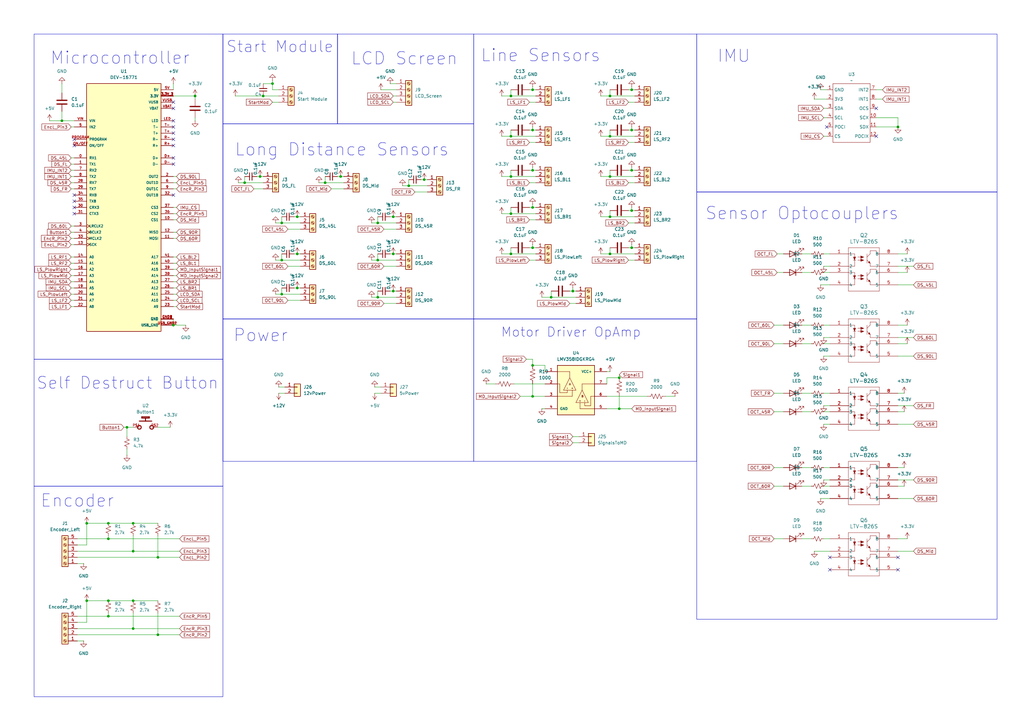
<source format=kicad_sch>
(kicad_sch (version 20231120) (generator "eeschema") (generator_version "8.0")
  (paper "A3")
  (junction (at 154.94 91.44))
  (junction (at 64.77 260.35))
  (junction (at 218.44 85.09))
  (junction (at 209.55 55.88))
  (junction (at 54.61 226.06))
  (junction (at 173.99 73.66))
  (junction (at 259.08 69.85))
  (junction (at 121.92 104.14))
  (junction (at 44.45 252.73))
  (junction (at 254 167.64))
  (junction (at 35.56 214.63))
  (junction (at 209.55 104.14))
  (junction (at 218.44 162.56))
  (junction (at 121.92 118.11))
  (junction (at 121.92 88.9))
  (junction (at 25.4 49.53))
  (junction (at 226.06 121.92))
  (junction (at 234.95 119.38))
  (junction (at 154.94 106.68))
  (junction (at 161.29 104.14))
  (junction (at 44.45 246.38))
  (junction (at 218.44 36.83))
  (junction (at 52.07 175.26))
  (junction (at 254 154.94))
  (junction (at 107.95 39.37))
  (junction (at 250.19 55.88))
  (junction (at 161.29 88.9))
  (junction (at 218.44 69.85))
  (junction (at 250.19 104.14))
  (junction (at 167.64 76.2))
  (junction (at 209.55 39.37))
  (junction (at 54.61 246.38))
  (junction (at 218.44 53.34))
  (junction (at 115.57 106.68))
  (junction (at 368.3 52.07))
  (junction (at 44.45 214.63))
  (junction (at 259.08 53.34))
  (junction (at 250.19 88.9))
  (junction (at 259.08 101.6))
  (junction (at 250.19 72.39))
  (junction (at 54.61 214.63))
  (junction (at 154.94 121.92))
  (junction (at 218.44 101.6))
  (junction (at 115.57 91.44))
  (junction (at 44.45 220.98))
  (junction (at 71.12 133.35))
  (junction (at 250.19 39.37))
  (junction (at 35.56 246.38))
  (junction (at 209.55 72.39))
  (junction (at 259.08 86.36))
  (junction (at 106.68 72.39))
  (junction (at 115.57 120.65))
  (junction (at 111.76 34.29))
  (junction (at 54.61 257.81))
  (junction (at 64.77 228.6))
  (junction (at 218.44 149.86))
  (junction (at 161.29 119.38))
  (junction (at 133.35 74.93))
  (junction (at 100.33 74.93))
  (junction (at 259.08 36.83))
  (junction (at 209.55 87.63))
  (junction (at 139.7 72.39))
  (junction (at 80.01 39.37))
  (no_connect (at 340.36 233.68))
  (no_connect (at 71.12 49.53))
  (no_connect (at 30.48 80.01))
  (no_connect (at 339.09 52.07))
  (no_connect (at 30.48 57.15))
  (no_connect (at 71.12 57.15))
  (no_connect (at 359.41 44.45))
  (no_connect (at 71.12 64.77))
  (no_connect (at 71.12 80.01))
  (no_connect (at 340.36 228.6))
  (no_connect (at 359.41 55.88))
  (no_connect (at 30.48 59.69))
  (no_connect (at 71.12 41.91))
  (no_connect (at 71.12 44.45))
  (no_connect (at 71.12 67.31))
  (no_connect (at 71.12 54.61))
  (no_connect (at 71.12 52.07))
  (no_connect (at 71.12 59.69))
  (no_connect (at 368.3 233.68))
  (no_connect (at 30.48 87.63))
  (no_connect (at 30.48 85.09))
  (no_connect (at 30.48 82.55))
  (no_connect (at 368.3 228.6))
  (wire (pts (xy 71.12 95.25) (xy 72.39 95.25)))
  (wire (pts (xy 336.55 204.47) (xy 340.36 204.47)))
  (wire (pts (xy 54.61 246.38) (xy 64.77 246.38)))
  (wire (pts (xy 218.44 149.86) (xy 223.52 149.86)))
  (wire (pts (xy 29.21 67.31) (xy 30.48 67.31)))
  (wire (pts (xy 113.03 91.44) (xy 115.57 91.44)))
  (wire (pts (xy 71.12 72.39) (xy 72.39 72.39)))
  (wire (pts (xy 337.82 173.99) (xy 340.36 173.99)))
  (wire (pts (xy 154.94 91.44) (xy 162.56 91.44)))
  (wire (pts (xy 234.95 119.38) (xy 236.22 119.38)))
  (wire (pts (xy 336.55 116.84) (xy 340.36 116.84)))
  (wire (pts (xy 71.12 110.49) (xy 72.39 110.49)))
  (wire (pts (xy 31.75 223.52) (xy 35.56 223.52)))
  (wire (pts (xy 31.75 226.06) (xy 54.61 226.06)))
  (wire (pts (xy 29.21 107.95) (xy 30.48 107.95)))
  (wire (pts (xy 218.44 68.58) (xy 218.44 69.85)))
  (wire (pts (xy 64.77 260.35) (xy 73.66 260.35)))
  (wire (pts (xy 337.82 199.39) (xy 340.36 199.39)))
  (wire (pts (xy 234.95 179.07) (xy 237.49 179.07)))
  (wire (pts (xy 250.19 101.6) (xy 250.19 104.14)))
  (wire (pts (xy 115.57 91.44) (xy 123.19 91.44)))
  (wire (pts (xy 118.11 109.22) (xy 123.19 109.22)))
  (wire (pts (xy 121.92 104.14) (xy 123.19 104.14)))
  (wire (pts (xy 368.3 146.05) (xy 374.65 146.05)))
  (wire (pts (xy 29.21 92.71) (xy 30.48 92.71)))
  (wire (pts (xy 167.64 76.2) (xy 175.26 76.2)))
  (wire (pts (xy 328.93 140.97) (xy 332.74 140.97)))
  (wire (pts (xy 31.75 252.73) (xy 44.45 252.73)))
  (wire (pts (xy 172.72 73.66) (xy 173.99 73.66)))
  (wire (pts (xy 368.3 191.77) (xy 370.84 191.77)))
  (wire (pts (xy 337.82 44.45) (xy 339.09 44.45)))
  (wire (pts (xy 35.56 223.52) (xy 35.56 214.63)))
  (wire (pts (xy 139.7 72.39) (xy 140.97 72.39)))
  (wire (pts (xy 259.08 35.56) (xy 259.08 36.83)))
  (wire (pts (xy 52.07 175.26) (xy 54.61 175.26)))
  (wire (pts (xy 29.21 115.57) (xy 30.48 115.57)))
  (wire (pts (xy 106.68 72.39) (xy 107.95 72.39)))
  (wire (pts (xy 337.82 196.85) (xy 340.36 196.85)))
  (wire (pts (xy 259.08 52.07) (xy 259.08 53.34)))
  (wire (pts (xy 54.61 251.46) (xy 54.61 257.81)))
  (wire (pts (xy 328.93 220.98) (xy 332.74 220.98)))
  (wire (pts (xy 29.21 69.85) (xy 30.48 69.85)))
  (wire (pts (xy 154.94 106.68) (xy 162.56 106.68)))
  (wire (pts (xy 138.43 72.39) (xy 139.7 72.39)))
  (wire (pts (xy 334.01 40.64) (xy 339.09 40.64)))
  (wire (pts (xy 317.5 199.39) (xy 321.31 199.39)))
  (wire (pts (xy 368.3 168.91) (xy 370.84 168.91)))
  (wire (pts (xy 328.93 133.35) (xy 332.74 133.35)))
  (wire (pts (xy 29.21 123.19) (xy 30.48 123.19)))
  (wire (pts (xy 29.21 113.03) (xy 30.48 113.03)))
  (wire (pts (xy 29.21 125.73) (xy 30.48 125.73)))
  (wire (pts (xy 157.48 109.22) (xy 162.56 109.22)))
  (wire (pts (xy 209.55 85.09) (xy 209.55 87.63)))
  (wire (pts (xy 71.12 107.95) (xy 72.39 107.95)))
  (wire (pts (xy 246.38 55.88) (xy 250.19 55.88)))
  (wire (pts (xy 218.44 69.85) (xy 219.71 69.85)))
  (wire (pts (xy 218.44 157.48) (xy 218.44 162.56)))
  (wire (pts (xy 259.08 36.83) (xy 260.35 36.83)))
  (wire (pts (xy 154.94 88.9) (xy 154.94 91.44)))
  (wire (pts (xy 25.4 34.29) (xy 25.4 38.1)))
  (wire (pts (xy 218.44 85.09) (xy 219.71 85.09)))
  (wire (pts (xy 96.52 39.37) (xy 107.95 39.37)))
  (wire (pts (xy 100.33 74.93) (xy 107.95 74.93)))
  (wire (pts (xy 29.21 97.79) (xy 30.48 97.79)))
  (wire (pts (xy 359.41 48.26) (xy 368.3 48.26)))
  (wire (pts (xy 44.45 220.98) (xy 73.66 220.98)))
  (wire (pts (xy 273.05 162.56) (xy 276.86 162.56)))
  (wire (pts (xy 54.61 226.06) (xy 73.66 226.06)))
  (wire (pts (xy 107.95 39.37) (xy 114.3 39.37)))
  (wire (pts (xy 337.82 55.88) (xy 339.09 55.88)))
  (wire (pts (xy 213.36 162.56) (xy 218.44 162.56)))
  (wire (pts (xy 250.19 39.37) (xy 260.35 39.37)))
  (wire (pts (xy 328.93 161.29) (xy 332.74 161.29)))
  (wire (pts (xy 71.12 87.63) (xy 72.39 87.63)))
  (wire (pts (xy 71.12 120.65) (xy 72.39 120.65)))
  (wire (pts (xy 250.19 72.39) (xy 260.35 72.39)))
  (wire (pts (xy 218.44 101.6) (xy 219.71 101.6)))
  (wire (pts (xy 328.93 199.39) (xy 332.74 199.39)))
  (wire (pts (xy 71.12 130.81) (xy 71.12 133.35)))
  (wire (pts (xy 35.56 214.63) (xy 44.45 214.63)))
  (wire (pts (xy 118.11 123.19) (xy 123.19 123.19)))
  (wire (pts (xy 317.5 191.77) (xy 321.31 191.77)))
  (wire (pts (xy 97.79 74.93) (xy 100.33 74.93)))
  (wire (pts (xy 173.99 73.66) (xy 175.26 73.66)))
  (wire (pts (xy 120.65 118.11) (xy 121.92 118.11)))
  (wire (pts (xy 44.45 219.71) (xy 44.45 220.98)))
  (wire (pts (xy 337.82 220.98) (xy 340.36 220.98)))
  (wire (pts (xy 215.9 147.32) (xy 218.44 147.32)))
  (wire (pts (xy 44.45 246.38) (xy 54.61 246.38)))
  (wire (pts (xy 210.82 157.48) (xy 223.52 157.48)))
  (wire (pts (xy 71.12 39.37) (xy 80.01 39.37)))
  (wire (pts (xy 359.41 36.83) (xy 361.95 36.83)))
  (wire (pts (xy 121.92 118.11) (xy 123.19 118.11)))
  (wire (pts (xy 337.82 140.97) (xy 340.36 140.97)))
  (wire (pts (xy 218.44 147.32) (xy 218.44 149.86)))
  (wire (pts (xy 368.3 161.29) (xy 370.84 161.29)))
  (wire (pts (xy 250.19 55.88) (xy 260.35 55.88)))
  (wire (pts (xy 44.45 251.46) (xy 44.45 252.73)))
  (wire (pts (xy 115.57 118.11) (xy 115.57 120.65)))
  (wire (pts (xy 113.03 106.68) (xy 115.57 106.68)))
  (wire (pts (xy 259.08 101.6) (xy 260.35 101.6)))
  (wire (pts (xy 218.44 162.56) (xy 223.52 162.56)))
  (wire (pts (xy 71.12 90.17) (xy 72.39 90.17)))
  (wire (pts (xy 233.68 119.38) (xy 234.95 119.38)))
  (wire (pts (xy 154.94 121.92) (xy 162.56 121.92)))
  (wire (pts (xy 29.21 72.39) (xy 30.48 72.39)))
  (wire (pts (xy 250.19 69.85) (xy 250.19 72.39)))
  (wire (pts (xy 115.57 106.68) (xy 123.19 106.68)))
  (wire (pts (xy 337.82 138.43) (xy 340.36 138.43)))
  (wire (pts (xy 317.5 161.29) (xy 321.31 161.29)))
  (wire (pts (xy 165.1 76.2) (xy 167.64 76.2)))
  (wire (pts (xy 337.82 146.05) (xy 340.36 146.05)))
  (wire (pts (xy 25.4 49.53) (xy 30.48 49.53)))
  (wire (pts (xy 170.18 78.74) (xy 175.26 78.74)))
  (wire (pts (xy 167.64 73.66) (xy 167.64 76.2)))
  (wire (pts (xy 71.12 34.29) (xy 71.12 36.83)))
  (wire (pts (xy 209.55 36.83) (xy 209.55 39.37)))
  (wire (pts (xy 71.12 77.47) (xy 72.39 77.47)))
  (wire (pts (xy 115.57 104.14) (xy 115.57 106.68)))
  (wire (pts (xy 318.77 111.76) (xy 321.31 111.76)))
  (wire (pts (xy 359.41 40.64) (xy 361.95 40.64)))
  (wire (pts (xy 337.82 111.76) (xy 340.36 111.76)))
  (wire (pts (xy 209.55 101.6) (xy 209.55 104.14)))
  (wire (pts (xy 120.65 88.9) (xy 121.92 88.9)))
  (wire (pts (xy 222.25 121.92) (xy 226.06 121.92)))
  (wire (pts (xy 71.12 97.79) (xy 72.39 97.79)))
  (wire (pts (xy 54.61 257.81) (xy 73.66 257.81)))
  (wire (pts (xy 161.29 41.91) (xy 162.56 41.91)))
  (wire (pts (xy 29.21 77.47) (xy 30.48 77.47)))
  (wire (pts (xy 337.82 168.91) (xy 340.36 168.91)))
  (wire (pts (xy 29.21 52.07) (xy 30.48 52.07)))
  (wire (pts (xy 337.82 191.77) (xy 340.36 191.77)))
  (wire (pts (xy 368.3 199.39) (xy 370.84 199.39)))
  (wire (pts (xy 199.39 157.48) (xy 203.2 157.48)))
  (wire (pts (xy 104.14 77.47) (xy 107.95 77.47)))
  (wire (pts (xy 368.3 196.85) (xy 374.65 196.85)))
  (wire (pts (xy 226.06 121.92) (xy 236.22 121.92)))
  (wire (pts (xy 233.68 124.46) (xy 236.22 124.46)))
  (wire (pts (xy 71.12 133.35) (xy 76.2 133.35)))
  (wire (pts (xy 100.33 72.39) (xy 100.33 74.93)))
  (wire (pts (xy 226.06 119.38) (xy 226.06 121.92)))
  (wire (pts (xy 328.93 191.77) (xy 332.74 191.77)))
  (wire (pts (xy 209.55 104.14) (xy 219.71 104.14)))
  (wire (pts (xy 217.17 41.91) (xy 219.71 41.91)))
  (wire (pts (xy 259.08 85.09) (xy 259.08 86.36)))
  (wire (pts (xy 71.12 113.03) (xy 72.39 113.03)))
  (wire (pts (xy 111.76 33.02) (xy 111.76 34.29)))
  (wire (pts (xy 250.19 53.34) (xy 250.19 55.88)))
  (wire (pts (xy 205.74 87.63) (xy 209.55 87.63)))
  (wire (pts (xy 317.5 220.98) (xy 321.31 220.98)))
  (wire (pts (xy 218.44 35.56) (xy 218.44 36.83)))
  (wire (pts (xy 250.19 86.36) (xy 250.19 88.9)))
  (wire (pts (xy 161.29 39.37) (xy 162.56 39.37)))
  (wire (pts (xy 205.74 72.39) (xy 209.55 72.39)))
  (wire (pts (xy 368.3 116.84) (xy 374.65 116.84)))
  (wire (pts (xy 317.5 133.35) (xy 321.31 133.35)))
  (wire (pts (xy 111.76 41.91) (xy 114.3 41.91)))
  (wire (pts (xy 120.65 104.14) (xy 121.92 104.14)))
  (wire (pts (xy 29.21 95.25) (xy 30.48 95.25)))
  (wire (pts (xy 64.77 175.26) (xy 69.85 175.26)))
  (wire (pts (xy 217.17 58.42) (xy 219.71 58.42)))
  (wire (pts (xy 217.17 36.83) (xy 218.44 36.83)))
  (wire (pts (xy 259.08 53.34) (xy 260.35 53.34)))
  (wire (pts (xy 234.95 181.61) (xy 237.49 181.61)))
  (wire (pts (xy 337.82 161.29) (xy 340.36 161.29)))
  (wire (pts (xy 317.5 168.91) (xy 321.31 168.91)))
  (wire (pts (xy 25.4 45.72) (xy 25.4 49.53)))
  (wire (pts (xy 31.75 220.98) (xy 44.45 220.98)))
  (wire (pts (xy 29.21 120.65) (xy 30.48 120.65)))
  (wire (pts (xy 31.75 260.35) (xy 64.77 260.35)))
  (wire (pts (xy 153.67 161.29) (xy 156.21 161.29)))
  (wire (pts (xy 31.75 257.81) (xy 54.61 257.81)))
  (wire (pts (xy 209.55 53.34) (xy 209.55 55.88)))
  (wire (pts (xy 257.81 41.91) (xy 260.35 41.91)))
  (wire (pts (xy 328.93 168.91) (xy 332.74 168.91)))
  (wire (pts (xy 209.55 55.88) (xy 219.71 55.88)))
  (wire (pts (xy 218.44 83.82) (xy 218.44 85.09)))
  (wire (pts (xy 35.56 255.27) (xy 35.56 246.38)))
  (wire (pts (xy 359.41 52.07) (xy 368.3 52.07)))
  (wire (pts (xy 259.08 68.58) (xy 259.08 69.85)))
  (wire (pts (xy 217.17 85.09) (xy 218.44 85.09)))
  (wire (pts (xy 246.38 104.14) (xy 250.19 104.14)))
  (wire (pts (xy 248.92 167.64) (xy 254 167.64)))
  (wire (pts (xy 107.95 34.29) (xy 111.76 34.29)))
  (wire (pts (xy 250.19 88.9) (xy 260.35 88.9)))
  (wire (pts (xy 152.4 91.44) (xy 154.94 91.44)))
  (wire (pts (xy 234.95 118.11) (xy 234.95 119.38)))
  (wire (pts (xy 160.02 104.14) (xy 161.29 104.14)))
  (wire (pts (xy 254 162.56) (xy 254 167.64)))
  (wire (pts (xy 111.76 34.29) (xy 111.76 36.83)))
  (wire (pts (xy 257.81 36.83) (xy 259.08 36.83)))
  (wire (pts (xy 328.93 111.76) (xy 332.74 111.76)))
  (wire (pts (xy 64.77 228.6) (xy 73.66 228.6)))
  (wire (pts (xy 217.17 90.17) (xy 219.71 90.17)))
  (wire (pts (xy 52.07 184.15) (xy 52.07 186.69)))
  (wire (pts (xy 114.3 161.29) (xy 116.84 161.29)))
  (wire (pts (xy 209.55 69.85) (xy 209.55 72.39)))
  (wire (pts (xy 217.17 74.93) (xy 219.71 74.93)))
  (wire (pts (xy 218.44 36.83) (xy 219.71 36.83)))
  (wire (pts (xy 105.41 72.39) (xy 106.68 72.39)))
  (wire (pts (xy 80.01 39.37) (xy 80.01 40.64)))
  (wire (pts (xy 368.3 173.99) (xy 374.65 173.99)))
  (wire (pts (xy 368.3 204.47) (xy 374.65 204.47)))
  (wire (pts (xy 115.57 88.9) (xy 115.57 91.44)))
  (wire (pts (xy 337.82 104.14) (xy 340.36 104.14)))
  (wire (pts (xy 209.55 87.63) (xy 219.71 87.63)))
  (wire (pts (xy 334.01 226.06) (xy 340.36 226.06)))
  (wire (pts (xy 121.92 88.9) (xy 123.19 88.9)))
  (wire (pts (xy 160.02 119.38) (xy 161.29 119.38)))
  (wire (pts (xy 250.19 104.14) (xy 260.35 104.14)))
  (wire (pts (xy 29.21 100.33) (xy 30.48 100.33)))
  (wire (pts (xy 44.45 252.73) (xy 73.66 252.73)))
  (wire (pts (xy 248.92 154.94) (xy 248.92 157.48)))
  (wire (pts (xy 29.21 105.41) (xy 30.48 105.41)))
  (wire (pts (xy 257.81 53.34) (xy 259.08 53.34)))
  (wire (pts (xy 71.12 118.11) (xy 72.39 118.11)))
  (wire (pts (xy 133.35 72.39) (xy 133.35 74.93)))
  (wire (pts (xy 368.3 133.35) (xy 372.11 133.35)))
  (wire (pts (xy 222.25 167.64) (xy 223.52 167.64)))
  (wire (pts (xy 209.55 72.39) (xy 219.71 72.39)))
  (wire (pts (xy 71.12 105.41) (xy 72.39 105.41)))
  (wire (pts (xy 205.74 104.14) (xy 209.55 104.14)))
  (wire (pts (xy 154.94 119.38) (xy 154.94 121.92)))
  (wire (pts (xy 64.77 251.46) (xy 64.77 260.35)))
  (wire (pts (xy 259.08 86.36) (xy 260.35 86.36)))
  (wire (pts (xy 64.77 219.71) (xy 64.77 228.6)))
  (wire (pts (xy 71.12 125.73) (xy 72.39 125.73)))
  (wire (pts (xy 118.11 93.98) (xy 123.19 93.98)))
  (wire (pts (xy 205.74 55.88) (xy 209.55 55.88)))
  (wire (pts (xy 368.3 220.98) (xy 372.11 220.98)))
  (wire (pts (xy 114.3 158.75) (xy 116.84 158.75)))
  (wire (pts (xy 71.12 74.93) (xy 72.39 74.93)))
  (wire (pts (xy 160.02 88.9) (xy 161.29 88.9)))
  (wire (pts (xy 161.29 88.9) (xy 162.56 88.9)))
  (wire (pts (xy 133.35 74.93) (xy 140.97 74.93)))
  (wire (pts (xy 154.94 104.14) (xy 154.94 106.68)))
  (wire (pts (xy 217.17 53.34) (xy 218.44 53.34)))
  (wire (pts (xy 152.4 106.68) (xy 154.94 106.68)))
  (wire (pts (xy 35.56 246.38) (xy 44.45 246.38)))
  (wire (pts (xy 257.81 86.36) (xy 259.08 86.36)))
  (wire (pts (xy 337.82 48.26) (xy 339.09 48.26)))
  (wire (pts (xy 161.29 104.14) (xy 162.56 104.14)))
  (wire (pts (xy 31.75 255.27) (xy 35.56 255.27)))
  (wire (pts (xy 161.29 119.38) (xy 162.56 119.38)))
  (wire (pts (xy 317.5 140.97) (xy 321.31 140.97)))
  (wire (pts (xy 254 154.94) (xy 248.92 154.94)))
  (wire (pts (xy 209.55 39.37) (xy 219.71 39.37)))
  (wire (pts (xy 257.81 69.85) (xy 259.08 69.85)))
  (wire (pts (xy 257.81 91.44) (xy 260.35 91.44)))
  (wire (pts (xy 31.75 228.6) (xy 64.77 228.6)))
  (wire (pts (xy 157.48 124.46) (xy 162.56 124.46)))
  (wire (pts (xy 250.19 36.83) (xy 250.19 39.37)))
  (wire (pts (xy 71.12 115.57) (xy 72.39 115.57)))
  (wire (pts (xy 246.38 39.37) (xy 250.19 39.37)))
  (wire (pts (xy 259.08 100.33) (xy 259.08 101.6)))
  (wire (pts (xy 54.61 214.63) (xy 64.77 214.63)))
  (wire (pts (xy 115.57 120.65) (xy 123.19 120.65)))
  (wire (pts (xy 130.81 74.93) (xy 133.35 74.93)))
  (wire (pts (xy 368.3 138.43) (xy 374.65 138.43)))
  (wire (pts (xy 368.3 111.76) (xy 372.11 111.76)))
  (wire (pts (xy 71.12 123.19) (xy 72.39 123.19)))
  (wire (pts (xy 337.82 133.35) (xy 340.36 133.35)))
  (wire (pts (xy 368.3 166.37) (xy 374.65 166.37)))
  (wire (pts (xy 368.3 226.06) (xy 374.65 226.06)))
  (wire (pts (xy 29.21 74.93) (xy 30.48 74.93)))
  (wire (pts (xy 257.81 74.93) (xy 260.35 74.93)))
  (wire (pts (xy 337.82 109.22) (xy 340.36 109.22)))
  (wire (pts (xy 254 153.67) (xy 254 154.94)))
  (wire (pts (xy 248.92 162.56) (xy 265.43 162.56)))
  (wire (pts (xy 156.21 36.83) (xy 162.56 36.83)))
  (wire (pts (xy 157.48 93.98) (xy 162.56 93.98)))
  (wire (pts (xy 218.44 53.34) (xy 219.71 53.34)))
  (wire (pts (xy 205.74 39.37) (xy 209.55 39.37)))
  (wire (pts (xy 20.32 49.53) (xy 25.4 49.53)))
  (wire (pts (xy 50.8 175.26) (xy 52.07 175.26)))
  (wire (pts (xy 257.81 106.68) (xy 260.35 106.68)))
  (wire (pts (xy 246.38 72.39) (xy 250.19 72.39)))
  (wire (pts (xy 257.81 58.42) (xy 260.35 58.42)))
  (wire (pts (xy 368.3 104.14) (xy 372.11 104.14)))
  (wire (pts (xy 337.82 166.37) (xy 340.36 166.37)))
  (wire (pts (xy 223.52 149.86) (xy 223.52 152.4)))
  (wire (pts (xy 44.45 214.63) (xy 54.61 214.63)))
  (wire (pts (xy 160.02 34.29) (xy 162.56 34.29)))
  (wire (pts (xy 153.67 158.75) (xy 156.21 158.75)))
  (wire (pts (xy 336.55 36.83) (xy 339.09 36.83)))
  (wire (pts (xy 113.03 120.65) (xy 115.57 120.65)))
  (wire (pts (xy 52.07 175.26) (xy 52.07 179.07)))
  (wire (pts (xy 29.21 118.11) (xy 30.48 118.11)))
  (wire (pts (xy 71.12 85.09) (xy 72.39 85.09)))
  (wire (pts (xy 368.3 109.22) (xy 374.65 109.22)))
  (wire (pts (xy 80.01 49.53) (xy 80.01 48.26)))
  (wire (pts (xy 217.17 101.6) (xy 218.44 101.6)))
  (wire (pts (xy 135.89 77.47) (xy 140.97 77.47)))
  (wire (pts (xy 218.44 100.33) (xy 218.44 101.6)))
  (wire (pts (xy 218.44 52.07) (xy 218.44 53.34)))
  (wire (pts (xy 217.17 106.68) (xy 219.71 106.68)))
  (wire (pts (xy 29.21 64.77) (xy 30.48 64.77)))
  (wire (pts (xy 254 167.64) (xy 259.08 167.64)))
  (wire (pts (xy 368.3 48.26) (xy 368.3 52.07)))
  (wire (pts (xy 54.61 219.71) (xy 54.61 226.06)))
  (wire (pts (xy 111.76 36.83) (xy 114.3 36.83)))
  (wire (pts (xy 31.75 262.89) (xy 34.29 262.89)))
  (wire (pts (xy 368.3 140.97) (xy 372.11 140.97)))
  (wire (pts (xy 328.93 104.14) (xy 332.74 104.14)))
  (wire (pts (xy 318.77 104.14) (xy 321.31 104.14)))
  (wire (pts (xy 217.17 69.85) (xy 218.44 69.85)))
  (wire (pts (xy 248.92 152.4) (xy 250.19 152.4)))
  (wire (pts (xy 31.75 231.14) (xy 34.29 231.14)))
  (wire (pts (xy 152.4 121.92) (xy 154.94 121.92)))
  (wire (pts (xy 257.81 101.6) (xy 259.08 101.6)))
  (wire (pts (xy 246.38 88.9) (xy 250.19 88.9)))
  (wire (pts (xy 259.08 69.85) (xy 260.35 69.85)))
  (wire (pts (xy 29.21 110.49) (xy 30.48 110.49)))
  (rectangle (start 285.75 78.74) (end 408.94 254))
  (rectangle (start 13.97 13.97) (end 91.44 147.32))
  (rectangle (start 13.97 147.32) (end 91.44 199.39))
  (rectangle (start 91.44 130.81) (end 194.31 189.23))
  (rectangle (start 194.31 13.97) (end 285.75 130.81))
  (rectangle (start 13.97 199.39) (end 91.44 285.75))
  (rectangle (start 138.43 13.97) (end 194.31 50.8))
  (rectangle (start 194.31 130.81) (end 285.75 189.23))
  (rectangle (start 91.44 13.97) (end 138.43 50.8))
  (rectangle (start 91.44 50.8) (end 194.31 130.81))
  (rectangle (start 285.75 13.97) (end 408.94 78.74))
  (text "Long Distance Sensors\n" (at 140.208 61.468 0) (effects (font (size 5.08 5.08))))
  (text "IMU\n" (at 300.99 23.114 0) (effects (font (size 5.08 5.08))))
  (text "Line Sensors\n" (at 221.742 22.86 0) (effects (font (size 5.08 5.08))))
  (text "Start Module\n" (at 114.808 19.304 0) (effects (font (size 4.572 4.572))))
  (text "LCD Screen\n" (at 165.862 24.13 0) (effects (font (size 5.08 5.08))))
  (text "Microcontroller" (at 49.276 23.876 0) (effects (font (size 5.08 5.08))))
  (text "Self Destruct Button\n" (at 52.324 157.226 0) (effects (font (size 4.826 4.826))))
  (text "Motor Driver OpAmp\n" (at 234.188 136.398 0) (effects (font (size 3.81 3.81))))
  (text "Sensor Optocouplers\n" (at 328.93 87.63 0) (effects (font (size 5.08 5.08))))
  (text "Power" (at 106.934 137.668 0) (effects (font (size 5.08 5.08))))
  (text "Encoder" (at 31.75 205.486 0) (effects (font (size 5.08 5.08))))
  (global_label "OCT_60R" (shape input) (at 317.5 199.39 180) (property "Intersheetrefs" "${INTERSHEET_REFS}" (effects (hide yes))))
  (global_label "LS_BL1" (shape input) (at 217.17 74.93 180) (property "Intersheetrefs" "${INTERSHEET_REFS}" (effects (hide yes))))
  (global_label "LS_PlowRight" (shape input) (at 29.21 110.49 180) (property "Intersheetrefs" "${INTERSHEET_REFS}" (effects (hide yes))))
  (global_label "OCT_FL" (shape input) (at 318.77 104.14 180) (property "Intersheetrefs" "${INTERSHEET_REFS}" (effects (hide yes))))
  (global_label "DS_Mid" (shape input) (at 374.65 226.06 0) (property "Intersheetrefs" "${INTERSHEET_REFS}" (effects (hide yes))))
  (global_label "Signal2" (shape input) (at 234.95 181.61 180) (property "Intersheetrefs" "${INTERSHEET_REFS}" (effects (hide yes))))
  (global_label "LCD_SDA" (shape input) (at 72.39 120.65 0) (property "Intersheetrefs" "${INTERSHEET_REFS}" (effects (hide yes))))
  (global_label "DS_45R" (shape input) (at 29.21 74.93 180) (property "Intersheetrefs" "${INTERSHEET_REFS}" (effects (hide yes))))
  (global_label "OCT_45R" (shape input) (at 317.5 168.91 180) (property "Intersheetrefs" "${INTERSHEET_REFS}" (effects (hide yes))))
  (global_label "IMU_INT2" (shape input) (at 29.21 69.85 180) (property "Intersheetrefs" "${INTERSHEET_REFS}" (effects (hide yes))))
  (global_label "OCT_60L" (shape input) (at 317.5 133.35 180) (property "Intersheetrefs" "${INTERSHEET_REFS}" (effects (hide yes))))
  (global_label "LCD_SCL" (shape input) (at 72.39 123.19 0) (property "Intersheetrefs" "${INTERSHEET_REFS}" (effects (hide yes))))
  (global_label "Signal2" (shape input) (at 215.9 147.32 180) (property "Intersheetrefs" "${INTERSHEET_REFS}" (effects (hide yes))))
  (global_label "DS_FL" (shape input) (at 374.65 109.22 0) (property "Intersheetrefs" "${INTERSHEET_REFS}" (effects (hide yes))))
  (global_label "EncL_Pin3" (shape input) (at 29.21 52.07 180) (property "Intersheetrefs" "${INTERSHEET_REFS}" (effects (hide yes))))
  (global_label "OCT_Mid" (shape input) (at 135.89 77.47 180) (property "Intersheetrefs" "${INTERSHEET_REFS}" (effects (hide yes))))
  (global_label "EncR_Pin2" (shape input) (at 29.21 97.79 180) (property "Intersheetrefs" "${INTERSHEET_REFS}" (effects (hide yes))))
  (global_label "OCT_Mid" (shape input) (at 317.5 220.98 180) (property "Intersheetrefs" "${INTERSHEET_REFS}" (effects (hide yes))))
  (global_label "OCT_45R" (shape input) (at 157.48 93.98 180) (property "Intersheetrefs" "${INTERSHEET_REFS}" (effects (hide yes))))
  (global_label "MD_InputSignal1" (shape input) (at 72.39 110.49 0) (property "Intersheetrefs" "${INTERSHEET_REFS}" (effects (hide yes))))
  (global_label "LS_PlowLeft" (shape input) (at 217.17 106.68 180) (property "Intersheetrefs" "${INTERSHEET_REFS}" (effects (hide yes))))
  (global_label "OCT_45L" (shape input) (at 118.11 93.98 180) (property "Intersheetrefs" "${INTERSHEET_REFS}" (effects (hide yes))))
  (global_label "EncR_Pin5" (shape input) (at 72.39 87.63 0) (property "Intersheetrefs" "${INTERSHEET_REFS}" (effects (hide yes))))
  (global_label "Button1" (shape input) (at 29.21 95.25 180) (property "Intersheetrefs" "${INTERSHEET_REFS}" (effects (hide yes))))
  (global_label "OCT_90L" (shape input) (at 118.11 123.19 180) (property "Intersheetrefs" "${INTERSHEET_REFS}" (effects (hide yes))))
  (global_label "LCD_SDA" (shape input) (at 161.29 39.37 180) (property "Intersheetrefs" "${INTERSHEET_REFS}" (effects (hide yes))))
  (global_label "DS_60R" (shape input) (at 72.39 97.79 0) (property "Intersheetrefs" "${INTERSHEET_REFS}" (effects (hide yes))))
  (global_label "Signal1" (shape input) (at 234.95 179.07 180) (property "Intersheetrefs" "${INTERSHEET_REFS}" (effects (hide yes))))
  (global_label "EncR_Pin5" (shape input) (at 73.66 252.73 0) (property "Intersheetrefs" "${INTERSHEET_REFS}" (effects (hide yes))))
  (global_label "IMU_SCL" (shape input) (at 29.21 118.11 180) (property "Intersheetrefs" "${INTERSHEET_REFS}" (effects (hide yes))))
  (global_label "LS_BL1" (shape input) (at 72.39 107.95 0) (property "Intersheetrefs" "${INTERSHEET_REFS}" (effects (hide yes))))
  (global_label "OCT_FR" (shape input) (at 170.18 78.74 180) (property "Intersheetrefs" "${INTERSHEET_REFS}" (effects (hide yes))))
  (global_label "OCT_60R" (shape input) (at 157.48 109.22 180) (property "Intersheetrefs" "${INTERSHEET_REFS}" (effects (hide yes))))
  (global_label "DS_90L" (shape input) (at 374.65 146.05 0) (property "Intersheetrefs" "${INTERSHEET_REFS}" (effects (hide yes))))
  (global_label "EncL_Pin3" (shape input) (at 73.66 226.06 0) (property "Intersheetrefs" "${INTERSHEET_REFS}" (effects (hide yes))))
  (global_label "IMU_INT2" (shape input) (at 361.95 36.83 0) (property "Intersheetrefs" "${INTERSHEET_REFS}" (effects (hide yes))))
  (global_label "LS_RF2" (shape input) (at 29.21 107.95 180) (property "Intersheetrefs" "${INTERSHEET_REFS}" (effects (hide yes))))
  (global_label "EncL_Pin2" (shape input) (at 73.66 228.6 0) (property "Intersheetrefs" "${INTERSHEET_REFS}" (effects (hide yes))))
  (global_label "Signal1" (shape input) (at 254 153.67 0) (property "Intersheetrefs" "${INTERSHEET_REFS}" (effects (hide yes))))
  (global_label "LS_LF2" (shape input) (at 29.21 123.19 180) (property "Intersheetrefs" "${INTERSHEET_REFS}" (effects (hide yes))))
  (global_label "IMU_CS" (shape input) (at 72.39 85.09 0) (property "Intersheetrefs" "${INTERSHEET_REFS}" (effects (hide yes))))
  (global_label "LS_BR2" (shape input) (at 72.39 115.57 0) (property "Intersheetrefs" "${INTERSHEET_REFS}" (effects (hide yes))))
  (global_label "OCT_90R" (shape input) (at 157.48 124.46 180) (property "Intersheetrefs" "${INTERSHEET_REFS}" (effects (hide yes))))
  (global_label "IMU_SCL" (shape input) (at 337.82 48.26 180) (property "Intersheetrefs" "${INTERSHEET_REFS}" (effects (hide yes))))
  (global_label "DS_60L" (shape input) (at 29.21 92.71 180) (property "Intersheetrefs" "${INTERSHEET_REFS}" (effects (hide yes))))
  (global_label "LS_BR2" (shape input) (at 257.81 91.44 180) (property "Intersheetrefs" "${INTERSHEET_REFS}" (effects (hide yes))))
  (global_label "IMU_CS" (shape input) (at 337.82 55.88 180) (property "Intersheetrefs" "${INTERSHEET_REFS}" (effects (hide yes))))
  (global_label "DS_Mid" (shape input) (at 72.39 90.17 0) (property "Intersheetrefs" "${INTERSHEET_REFS}" (effects (hide yes))))
  (global_label "MD_InputSignal2" (shape input) (at 72.39 113.03 0) (property "Intersheetrefs" "${INTERSHEET_REFS}" (effects (hide yes))))
  (global_label "EncL_Pin5" (shape input) (at 73.66 220.98 0) (property "Intersheetrefs" "${INTERSHEET_REFS}" (effects (hide yes))))
  (global_label "OCT_FL" (shape input) (at 104.14 77.47 180) (property "Intersheetrefs" "${INTERSHEET_REFS}" (effects (hide yes))))
  (global_label "DS_45L" (shape input) (at 374.65 116.84 0) (property "Intersheetrefs" "${INTERSHEET_REFS}" (effects (hide yes))))
  (global_label "LCD_SCL" (shape input) (at 161.29 41.91 180) (property "Intersheetrefs" "${INTERSHEET_REFS}" (effects (hide yes))))
  (global_label "LS_RF1" (shape input) (at 29.21 105.41 180) (property "Intersheetrefs" "${INTERSHEET_REFS}" (effects (hide yes))))
  (global_label "LS_BR1" (shape input) (at 72.39 118.11 0) (property "Intersheetrefs" "${INTERSHEET_REFS}" (effects (hide yes))))
  (global_label "DS_45L" (shape input) (at 29.21 64.77 180) (property "Intersheetrefs" "${INTERSHEET_REFS}" (effects (hide yes))))
  (global_label "DS_FL" (shape input) (at 29.21 67.31 180) (property "Intersheetrefs" "${INTERSHEET_REFS}" (effects (hide yes))))
  (global_label "DS_90L" (shape input) (at 72.39 72.39 0) (property "Intersheetrefs" "${INTERSHEET_REFS}" (effects (hide yes))))
  (global_label "OCT_FR" (shape input) (at 317.5 161.29 180) (property "Intersheetrefs" "${INTERSHEET_REFS}" (effects (hide yes))))
  (global_label "LS_RF2" (shape input) (at 257.81 58.42 180) (property "Intersheetrefs" "${INTERSHEET_REFS}" (effects (hide yes))))
  (global_label "MD_InputSignal2" (shape input) (at 213.36 162.56 180) (property "Intersheetrefs" "${INTERSHEET_REFS}" (effects (hide yes))))
  (global_label "LS_PlowMid" (shape input) (at 233.68 124.46 180) (property "Intersheetrefs" "${INTERSHEET_REFS}" (effects (hide yes))))
  (global_label "OCT_90L" (shape input) (at 317.5 140.97 180) (property "Intersheetrefs" "${INTERSHEET_REFS}" (effects (hide yes))))
  (global_label "DS_90R" (shape input) (at 374.65 196.85 0) (property "Intersheetrefs" "${INTERSHEET_REFS}" (effects (hide yes))))
  (global_label "LS_PlowLeft" (shape input) (at 29.21 120.65 180) (property "Intersheetrefs" "${INTERSHEET_REFS}" (effects (hide yes))))
  (global_label "OCT_60L" (shape input) (at 118.11 109.22 180) (property "Intersheetrefs" "${INTERSHEET_REFS}" (effects (hide yes))))
  (global_label "LS_LF1" (shape input) (at 217.17 41.91 180) (property "Intersheetrefs" "${INTERSHEET_REFS}" (effects (hide yes))))
  (global_label "Button1" (shape input) (at 50.8 175.26 180) (property "Intersheetrefs" "${INTERSHEET_REFS}" (effects (hide yes))))
  (global_label "LS_PlowMid" (shape input) (at 29.21 113.03 180) (property "Intersheetrefs" "${INTERSHEET_REFS}" (effects (hide yes))))
  (global_label "DS_FR" (shape input) (at 29.21 77.47 180) (property "Intersheetrefs" "${INTERSHEET_REFS}" (effects (hide yes))))
  (global_label "LS_BL2" (shape input) (at 257.81 74.93 180) (property "Intersheetrefs" "${INTERSHEET_REFS}" (effects (hide yes))))
  (global_label "IMU_INT1" (shape input) (at 29.21 72.39 180) (property "Intersheetrefs" "${INTERSHEET_REFS}" (effects (hide yes))))
  (global_label "LS_BR1" (shape input) (at 217.17 90.17 180) (property "Intersheetrefs" "${INTERSHEET_REFS}" (effects (hide yes))))
  (global_label "LS_LF2" (shape input) (at 257.81 41.91 180) (property "Intersheetrefs" "${INTERSHEET_REFS}" (effects (hide yes))))
  (global_label "EncR_Pin3" (shape input) (at 73.66 257.81 0) (property "Intersheetrefs" "${INTERSHEET_REFS}" (effects (hide yes))))
  (global_label "IMU_SDA" (shape input) (at 337.82 44.45 180) (property "Intersheetrefs" "${INTERSHEET_REFS}" (effects (hide yes))))
  (global_label "DS_60L" (shape input) (at 374.65 138.43 0) (property "Intersheetrefs" "${INTERSHEET_REFS}" (effects (hide yes))))
  (global_label "EncL_Pin5" (shape input) (at 72.39 74.93 0) (property "Intersheetrefs" "${INTERSHEET_REFS}" (effects (hide yes))))
  (global_label "OCT_90R" (shape input) (at 317.5 191.77 180) (property "Intersheetrefs" "${INTERSHEET_REFS}" (effects (hide yes))))
  (global_label "DS_90R" (shape input) (at 72.39 95.25 0) (property "Intersheetrefs" "${INTERSHEET_REFS}" (effects (hide yes))))
  (global_label "DS_60R" (shape input) (at 374.65 204.47 0) (property "Intersheetrefs" "${INTERSHEET_REFS}" (effects (hide yes))))
  (global_label "StartMod" (shape input) (at 72.39 125.73 0) (property "Intersheetrefs" "${INTERSHEET_REFS}" (effects (hide yes))))
  (global_label "StartMod" (shape input) (at 111.76 41.91 180) (property "Intersheetrefs" "${INTERSHEET_REFS}" (effects (hide yes))))
  (global_label "DS_45R" (shape input) (at 374.65 173.99 0) (property "Intersheetrefs" "${INTERSHEET_REFS}" (effects (hide yes))))
  (global_label "EncR_Pin2" (shape input) (at 73.66 260.35 0) (property "Intersheetrefs" "${INTERSHEET_REFS}" (effects (hide yes))))
  (global_label "LS_RF1" (shape input) (at 217.17 58.42 180) (property "Intersheetrefs" "${INTERSHEET_REFS}" (effects (hide yes))))
  (global_label "LS_PlowRight" (shape input) (at 257.81 106.68 180) (property "Intersheetrefs" "${INTERSHEET_REFS}" (effects (hide yes))))
  (global_label "LS_BL2" (shape input) (at 72.39 105.41 0) (property "Intersheetrefs" "${INTERSHEET_REFS}" (effects (hide yes))))
  (global_label "IMU_INT1" (shape input) (at 361.95 40.64 0) (property "Intersheetrefs" "${INTERSHEET_REFS}" (effects (hide yes))))
  (global_label "IMU_SDA" (shape input) (at 29.21 115.57 180) (property "Intersheetrefs" "${INTERSHEET_REFS}" (effects (hide yes))))
  (global_label "OCT_45L" (shape input) (at 318.77 111.76 180) (property "Intersheetrefs" "${INTERSHEET_REFS}" (effects (hide yes))))
  (global_label "DS_FR" (shape input) (at 374.65 166.37 0) (property "Intersheetrefs" "${INTERSHEET_REFS}" (effects (hide yes))))
  (global_label "EncR_Pin3" (shape input) (at 72.39 77.47 0) (property "Intersheetrefs" "${INTERSHEET_REFS}" (effects (hide yes))))
  (global_label "EncL_Pin2" (shape input) (at 29.21 100.33 180) (property "Intersheetrefs" "${INTERSHEET_REFS}" (effects (hide yes))))
  (global_label "MD_InputSignal1" (shape input) (at 259.08 167.64 0) (property "Intersheetrefs" "${INTERSHEET_REFS}" (effects (hide yes))))
  (global_label "LS_LF1" (shape input) (at 29.21 125.73 180) (property "Intersheetrefs" "${INTERSHEET_REFS}" (effects (hide yes))))
  (symbol (lib_id "power:GND") (at 336.55 36.83 180) (unit 1)
    (property "Reference" "#PWR063" (effects (hide yes)))
    (property "Value" "GND" (at 336.55 31.75 0))
    (property "Description" "Power symbol creates a global label with name \"GND\" , ground" (effects (hide yes)))
  )
  (symbol (lib_id "Connector:Screw_Terminal_01x03") (at 180.34 76.2 0) (unit 1)
    (property "Reference" "J13" (at 182.88 74.9299 0) (effects (justify left)))
    (property "Value" "DS_FR" (at 182.88 77.4699 0) (effects (justify left)))
    (property "Footprint" "Connector_JST:JST_PH_S3B-PH-K_1x03_P2.00mm_Horizontal" (effects (hide yes)))
    (property "Description" "Generic screw terminal, single row, 01x03, script generated (kicad-library-utils/schlib/autogen/connector/)" (effects (hide yes)))
  )
  (symbol (lib_id "power:+5V") (at 250.19 152.4 0) (unit 1)
    (property "Reference" "#PWR060" (effects (hide yes)))
    (property "Value" "+5V" (at 250.19 147.32 0))
    (property "Description" "Power symbol creates a global label with name \"+5V\"" (effects (hide yes)))
  )
  (symbol (lib_id "power:GND") (at 113.03 120.65 180) (unit 1)
    (property "Reference" "#PWR019" (effects (hide yes)))
    (property "Value" "GND" (at 113.03 115.57 0))
    (property "Description" "Power symbol creates a global label with name \"GND\" , ground" (effects (hide yes)))
  )
  (symbol (lib_id "Device:R_US") (at 269.24 162.56 90) (unit 1)
    (property "Reference" "R9" (at 269.24 156.21 90))
    (property "Value" "2000" (at 269.24 158.75 90))
    (property "Footprint" "Resistor_SMD:R_0805_2012Metric_Pad1.20x1.40mm_HandSolder" (effects (hide yes)))
    (property "Description" "Resistor, US symbol" (effects (hide yes)))
  )
  (symbol (lib_id "Device:C_Small") (at 102.87 72.39 90) (unit 1)
    (property "Reference" "C3" (at 100.965 71.755 0) (effects (justify left)))
    (property "Value" "0.1uF" (at 104.775 71.755 0) (effects (justify left)))
    (property "Footprint" "Capacitor_SMD:C_0805_2012Metric_Pad1.18x1.45mm_HandSolder" (effects (hide yes)))
  )
  (symbol (lib_id "Connector:Screw_Terminal_01x05") (at 26.67 226.06 180) (unit 1)
    (property "Reference" "J1" (at 26.67 214.63 0))
    (property "Value" "Encoder_Left" (at 26.67 217.17 0))
    (property "Footprint" "Connector_JST:JST_PH_S5B-PH-K_1x05_P2.00mm_Horizontal" (effects (hide yes)))
    (property "Description" "Generic screw terminal, single row, 01x05, script generated (kicad-library-utils/schlib/autogen/connector/)" (effects (hide yes)))
  )
  (symbol (lib_id "bruhcoupler:LTV-826S") (at 354.33 226.06 0) (unit 1)
    (property "Reference" "Q6" (at 354.33 213.36 0) (effects (font (size 1.524 1.524))))
    (property "Value" "LTV-826S" (at 354.33 215.9 0) (effects (font (size 1.524 1.524))))
    (property "Footprint" "LTV826:DIL8-SMD" (effects (hide yes)))
  )
  (symbol (lib_id "Connector:Screw_Terminal_01x03") (at 128.27 91.44 0) (unit 1)
    (property "Reference" "J5" (at 130.81 90.1699 0) (effects (justify left)))
    (property "Value" "DS_45L" (at 130.81 92.7099 0) (effects (justify left)))
    (property "Footprint" "Connector_JST:JST_PH_S3B-PH-K_1x03_P2.00mm_Horizontal" (effects (hide yes)))
    (property "Description" "Generic screw terminal, single row, 01x03, script generated (kicad-library-utils/schlib/autogen/connector/)" (effects (hide yes)))
  )
  (symbol (lib_id "power:GND") (at 34.29 262.89 0) (unit 1)
    (property "Reference" "#PWR04" (effects (hide yes)))
    (property "Value" "GND" (at 34.29 267.97 0))
    (property "Description" "Power symbol creates a global label with name \"GND\" , ground" (effects (hide yes)))
  )
  (symbol (lib_id "Device:R_Small_US") (at 54.61 248.92 180) (unit 1)
    (property "Reference" "R5" (at 57.15 247.6499 0) (effects (justify right)))
    (property "Value" "2.7k" (at 57.15 250.1899 0) (effects (justify right)))
    (property "Footprint" "Resistor_SMD:R_0805_2012Metric_Pad1.20x1.40mm_HandSolder" (effects (hide yes)))
    (property "Description" "Resistor, small US symbol" (effects (hide yes)))
  )
  (symbol (lib_id "power:+3.3V") (at 205.74 72.39 0) (unit 1)
    (property "Reference" "#PWR037" (effects (hide yes)))
    (property "Value" "+3.3V" (at 205.74 67.31 0))
    (property "Description" "Power symbol creates a global label with name \"+3.3V\"" (effects (hide yes)))
  )
  (symbol (lib_id "Device:R_Small_US") (at 54.61 217.17 180) (unit 1)
    (property "Reference" "R4" (at 57.15 215.8999 0) (effects (justify right)))
    (property "Value" "2.7k" (at 57.15 218.4399 0) (effects (justify right)))
    (property "Footprint" "Resistor_SMD:R_0805_2012Metric_Pad1.20x1.40mm_HandSolder" (effects (hide yes)))
    (property "Description" "Resistor, small US symbol" (effects (hide yes)))
  )
  (symbol (lib_id "power:+5V") (at 153.67 161.29 180) (unit 1)
    (property "Reference" "#PWR085" (effects (hide yes)))
    (property "Value" "+5V" (at 153.67 166.37 0))
    (property "Description" "Power symbol creates a global label with name \"+5V\"" (effects (hide yes)))
  )
  (symbol (lib_id "power:GND") (at 336.55 116.84 0) (unit 1)
    (property "Reference" "#PWR064" (effects (hide yes)))
    (property "Value" "GND" (at 336.55 121.92 0))
    (property "Description" "Power symbol creates a global label with name \"GND\" , ground" (effects (hide yes)))
  )
  (symbol (lib_id "power:+3.3V") (at 96.52 39.37 0) (unit 1)
    (property "Reference" "#PWR013" (effects (hide yes)))
    (property "Value" "+3.3V" (at 96.52 34.29 0))
    (property "Description" "Power symbol creates a global label with name \"+3.3V\"" (effects (hide yes)))
  )
  (symbol (lib_id "power:GND") (at 276.86 162.56 180) (unit 1)
    (property "Reference" "#PWR046" (effects (hide yes)))
    (property "Value" "GND" (at 276.86 157.48 0))
    (property "Description" "Power symbol creates a global label with name \"GND\" , ground" (effects (hide yes)))
  )
  (symbol (lib_id "Connector:Screw_Terminal_01x03") (at 128.27 106.68 0) (unit 1)
    (property "Reference" "J6" (at 130.81 105.4099 0) (effects (justify left)))
    (property "Value" "DS_60L" (at 130.81 107.9499 0) (effects (justify left)))
    (property "Footprint" "Connector_JST:JST_PH_S3B-PH-K_1x03_P2.00mm_Horizontal" (effects (hide yes)))
    (property "Description" "Generic screw terminal, single row, 01x03, script generated (kicad-library-utils/schlib/autogen/connector/)" (effects (hide yes)))
  )
  (symbol (lib_id "power:+3.3V") (at 370.84 168.91 0) (unit 1)
    (property "Reference" "#PWR074" (effects (hide yes)))
    (property "Value" "+3.3V" (at 370.84 163.83 0))
    (property "Description" "Power symbol creates a global label with name \"+3.3V\"" (effects (hide yes)))
  )
  (symbol (lib_id "power:+12V") (at 121.92 118.11 0) (unit 1)
    (property "Reference" "#PWR022" (effects (hide yes)))
    (property "Value" "+12V" (at 121.92 113.03 0))
    (property "Description" "Power symbol creates a global label with name \"+12V\"" (effects (hide yes)))
  )
  (symbol (lib_id "Device:LED") (at 325.12 140.97 180) (unit 1)
    (property "Reference" "D4" (at 326.7075 133.35 0))
    (property "Value" "LED" (at 326.7075 135.89 0))
    (property "Footprint" "LED_SMD:LED_0805_2012Metric_Pad1.15x1.40mm_HandSolder" (effects (hide yes)))
    (property "Description" "Light emitting diode" (effects (hide yes)))
  )
  (symbol (lib_id "power:+3.3V") (at 205.74 104.14 0) (unit 1)
    (property "Reference" "#PWR039" (effects (hide yes)))
    (property "Value" "+3.3V" (at 205.74 99.06 0))
    (property "Description" "Power symbol creates a global label with name \"+3.3V\"" (effects (hide yes)))
  )
  (symbol (lib_id "Device:C") (at 254 86.36 90) (unit 1)
    (property "Reference" "C22" (at 254 78.74 90))
    (property "Value" "0.1uF" (at 254 81.28 90))
    (property "Footprint" "Capacitor_SMD:C_0805_2012Metric_Pad1.18x1.45mm_HandSolder" (effects (hide yes)))
    (property "Description" "Unpolarized capacitor" (effects (hide yes)))
  )
  (symbol (lib_id "Device:C_Small") (at 118.11 88.9 90) (unit 1)
    (property "Reference" "C5" (at 116.205 88.265 0) (effects (justify left)))
    (property "Value" "0.1uF" (at 120.015 88.265 0) (effects (justify left)))
    (property "Footprint" "Capacitor_SMD:C_0805_2012Metric_Pad1.18x1.45mm_HandSolder" (effects (hide yes)))
  )
  (symbol (lib_id "Device:R_US") (at 207.01 157.48 90) (unit 1)
    (property "Reference" "R8" (at 207.01 151.13 90))
    (property "Value" "2000" (at 207.01 153.67 90))
    (property "Footprint" "Resistor_SMD:R_0805_2012Metric_Pad1.20x1.40mm_HandSolder" (effects (hide yes)))
    (property "Description" "Resistor, US symbol" (effects (hide yes)))
  )
  (symbol (lib_id "Connector:Screw_Terminal_01x03") (at 224.79 39.37 0) (unit 1)
    (property "Reference" "J14" (at 227.33 38.0999 0) (effects (justify left)))
    (property "Value" "LS_LF1" (at 227.33 40.6399 0) (effects (justify left)))
    (property "Footprint" "Connector_JST:JST_PH_S3B-PH-K_1x03_P2.00mm_Horizontal" (effects (hide yes)))
    (property "Description" "Generic screw terminal, single row, 01x03, script generated (kicad-library-utils/schlib/autogen/connector/)" (effects (hide yes)))
  )
  (symbol (lib_id "Device:C_Small") (at 157.48 88.9 90) (unit 1)
    (property "Reference" "C9" (at 155.575 88.265 0) (effects (justify left)))
    (property "Value" "0.1uF" (at 159.385 88.265 0) (effects (justify left)))
    (property "Footprint" "Capacitor_SMD:C_0805_2012Metric_Pad1.18x1.45mm_HandSolder" (effects (hide yes)))
  )
  (symbol (lib_id "power:+3.3V") (at 370.84 191.77 0) (unit 1)
    (property "Reference" "#PWR075" (effects (hide yes)))
    (property "Value" "+3.3V" (at 370.84 186.69 0))
    (property "Description" "Power symbol creates a global label with name \"+3.3V\"" (effects (hide yes)))
  )
  (symbol (lib_id "Device:R_Small_US") (at 52.07 181.61 0) (unit 1)
    (property "Reference" "R3" (at 54.61 180.3399 0) (effects (justify left)))
    (property "Value" "4.7k" (at 54.61 182.8799 0) (effects (justify left)))
    (property "Footprint" "Resistor_SMD:R_0805_2012Metric_Pad1.20x1.40mm_HandSolder" (effects (hide yes)))
    (property "Description" "Resistor, small US symbol" (effects (hide yes)))
  )
  (symbol (lib_id "Connector:Screw_Terminal_01x03") (at 265.43 39.37 0) (unit 1)
    (property "Reference" "J20" (at 267.97 38.0999 0) (effects (justify left)))
    (property "Value" "LS_LF2" (at 267.97 40.6399 0) (effects (justify left)))
    (property "Footprint" "Connector_JST:JST_PH_S3B-PH-K_1x03_P2.00mm_Horizontal" (effects (hide yes)))
    (property "Description" "Generic screw terminal, single row, 01x03, script generated (kicad-library-utils/schlib/autogen/connector/)" (effects (hide yes)))
  )
  (symbol (lib_id "power:GND") (at 337.82 166.37 0) (unit 1)
    (property "Reference" "#PWR069" (effects (hide yes)))
    (property "Value" "GND" (at 337.82 171.45 0))
    (property "Description" "Power symbol creates a global label with name \"GND\" , ground" (effects (hide yes)))
  )
  (symbol (lib_id "power:GND") (at 218.44 35.56 180) (unit 1)
    (property "Reference" "#PWR040" (effects (hide yes)))
    (property "Value" "GND" (at 218.44 30.48 0))
    (property "Description" "Power symbol creates a global label with name \"GND\" , ground" (effects (hide yes)))
  )
  (symbol (lib_id "bruhcoupler:LTV-826S") (at 354.33 138.43 0) (unit 1)
    (property "Reference" "Q3" (at 354.33 125.73 0) (effects (font (size 1.524 1.524))))
    (property "Value" "LTV-826S" (at 354.33 128.27 0) (effects (font (size 1.524 1.524))))
    (property "Footprint" "LTV826:DIL8-SMD" (effects (hide yes)))
  )
  (symbol (lib_id "Device:C") (at 213.36 69.85 90) (unit 1)
    (property "Reference" "C15" (at 213.36 62.23 90))
    (property "Value" "0.1uF" (at 213.36 64.77 90))
    (property "Footprint" "Capacitor_SMD:C_0805_2012Metric_Pad1.18x1.45mm_HandSolder" (effects (hide yes)))
    (property "Description" "Unpolarized capacitor" (effects (hide yes)))
  )
  (symbol (lib_id "power:+3.3V") (at 205.74 39.37 0) (unit 1)
    (property "Reference" "#PWR035" (effects (hide yes)))
    (property "Value" "+3.3V" (at 205.74 34.29 0))
    (property "Description" "Power symbol creates a global label with name \"+3.3V\"" (effects (hide yes)))
  )
  (symbol (lib_id "power:+5V") (at 156.21 36.83 0) (unit 1)
    (property "Reference" "#PWR028" (effects (hide yes)))
    (property "Value" "+5V" (at 156.21 31.75 0))
    (property "Description" "Power symbol creates a global label with name \"+5V\"" (effects (hide yes)))
  )
  (symbol (lib_id "power:+12V") (at 106.68 72.39 0) (unit 1)
    (property "Reference" "#PWR015" (effects (hide yes)))
    (property "Value" "+12V" (at 106.68 67.31 0))
    (property "Description" "Power symbol creates a global label with name \"+12V\"" (effects (hide yes)))
  )
  (symbol (lib_id "Connector:Screw_Terminal_01x03") (at 146.05 74.93 0) (unit 1)
    (property "Reference" "J8" (at 148.59 73.6599 0) (effects (justify left)))
    (property "Value" "DS_Mid" (at 148.59 76.1999 0) (effects (justify left)))
    (property "Footprint" "Connector_JST:JST_PH_S3B-PH-K_1x03_P2.00mm_Horizontal" (effects (hide yes)))
    (property "Description" "Generic screw terminal, single row, 01x03, script generated (kicad-library-utils/schlib/autogen/connector/)" (effects (hide yes)))
  )
  (symbol (lib_id "power:GND") (at 259.08 35.56 180) (unit 1)
    (property "Reference" "#PWR054" (effects (hide yes)))
    (property "Value" "GND" (at 259.08 30.48 0))
    (property "Description" "Power symbol creates a global label with name \"GND\" , ground" (effects (hide yes)))
  )
  (symbol (lib_id "Device:C") (at 254 69.85 90) (unit 1)
    (property "Reference" "C21" (at 254 62.23 90))
    (property "Value" "0.1uF" (at 254 64.77 90))
    (property "Footprint" "Capacitor_SMD:C_0805_2012Metric_Pad1.18x1.45mm_HandSolder" (effects (hide yes)))
    (property "Description" "Unpolarized capacitor" (effects (hide yes)))
  )
  (symbol (lib_id "power:GND") (at 160.02 34.29 180) (unit 1)
    (property "Reference" "#PWR029" (effects (hide yes)))
    (property "Value" "GND" (at 160.02 29.21 0))
    (property "Description" "Power symbol creates a global label with name \"GND\" , ground" (effects (hide yes)))
  )
  (symbol (lib_id "Device:C_Small") (at 170.18 73.66 90) (unit 1)
    (property "Reference" "C12" (at 168.275 73.025 0) (effects (justify left)))
    (property "Value" "0.1uF" (at 172.085 73.025 0) (effects (justify left)))
    (property "Footprint" "Capacitor_SMD:C_0805_2012Metric_Pad1.18x1.45mm_HandSolder" (effects (hide yes)))
  )
  (symbol (lib_id "Device:C") (at 213.36 101.6 90) (unit 1)
    (property "Reference" "C17" (at 213.36 93.98 90))
    (property "Value" "0.1uF" (at 213.36 96.52 90))
    (property "Footprint" "Capacitor_SMD:C_0805_2012Metric_Pad1.18x1.45mm_HandSolder" (effects (hide yes)))
    (property "Description" "Unpolarized capacitor" (effects (hide yes)))
  )
  (symbol (lib_id "power:+12V") (at 161.29 104.14 0) (unit 1)
    (property "Reference" "#PWR031" (effects (hide yes)))
    (property "Value" "+12V" (at 161.29 99.06 0))
    (property "Description" "Power symbol creates a global label with name \"+12V\"" (effects (hide yes)))
  )
  (symbol (lib_id "power:GND") (at 152.4 106.68 180) (unit 1)
    (property "Reference" "#PWR026" (effects (hide yes)))
    (property "Value" "GND" (at 152.4 101.6 0))
    (property "Description" "Power symbol creates a global label with name \"GND\" , ground" (effects (hide yes)))
  )
  (symbol (lib_id "power:+5V") (at 35.56 214.63 0) (unit 1)
    (property "Reference" "#PWR05" (effects (hide yes)))
    (property "Value" "+5V" (at 35.56 209.55 0))
    (property "Description" "Power symbol creates a global label with name \"+5V\"" (effects (hide yes)))
  )
  (symbol (lib_id "power:+3.3V") (at 246.38 72.39 0) (unit 1)
    (property "Reference" "#PWR051" (effects (hide yes)))
    (property "Value" "+3.3V" (at 246.38 67.31 0))
    (property "Description" "Power symbol creates a global label with name \"+3.3V\"" (effects (hide yes)))
  )
  (symbol (lib_id "Device:C") (at 213.36 36.83 90) (unit 1)
    (property "Reference" "C13" (at 213.36 29.21 90))
    (property "Value" "0.1uF" (at 213.36 31.75 90))
    (property "Footprint" "Capacitor_SMD:C_0805_2012Metric_Pad1.18x1.45mm_HandSolder" (effects (hide yes)))
    (property "Description" "Unpolarized capacitor" (effects (hide yes)))
  )
  (symbol (lib_id "power:GND") (at 218.44 83.82 180) (unit 1)
    (property "Reference" "#PWR043" (effects (hide yes)))
    (property "Value" "GND" (at 218.44 78.74 0))
    (property "Description" "Power symbol creates a global label with name \"GND\" , ground" (effects (hide yes)))
  )
  (symbol (lib_id "power:GND") (at 259.08 68.58 180) (unit 1)
    (property "Reference" "#PWR056" (effects (hide yes)))
    (property "Value" "GND" (at 259.08 63.5 0))
    (property "Description" "Power symbol creates a global label with name \"GND\" , ground" (effects (hide yes)))
  )
  (symbol (lib_id "Connector:Screw_Terminal_01x03") (at 113.03 74.93 0) (unit 1)
    (property "Reference" "J3" (at 115.57 73.6599 0) (effects (justify left)))
    (property "Value" "DS_FL" (at 115.57 76.1999 0) (effects (justify left)))
    (property "Footprint" "Connector_JST:JST_PH_S3B-PH-K_1x03_P2.00mm_Horizontal" (effects (hide yes)))
    (property "Description" "Generic screw terminal, single row, 01x03, script generated (kicad-library-utils/schlib/autogen/connector/)" (effects (hide yes)))
  )
  (symbol (lib_id "power:+12V") (at 121.92 88.9 0) (unit 1)
    (property "Reference" "#PWR020" (effects (hide yes)))
    (property "Value" "+12V" (at 121.92 83.82 0))
    (property "Description" "Power symbol creates a global label with name \"+12V\"" (effects (hide yes)))
  )
  (symbol (lib_id "Device:LED") (at 325.12 111.76 180) (unit 1)
    (property "Reference" "D2" (at 326.7075 104.14 0))
    (property "Value" "LED" (at 326.7075 106.68 0))
    (property "Footprint" "LED_SMD:LED_0805_2012Metric_Pad1.15x1.40mm_HandSolder" (effects (hide yes)))
    (property "Description" "Light emitting diode" (effects (hide yes)))
  )
  (symbol (lib_id "power:GND") (at 97.79 74.93 180) (unit 1)
    (property "Reference" "#PWR014" (effects (hide yes)))
    (property "Value" "GND" (at 97.79 69.85 0))
    (property "Description" "Power symbol creates a global label with name \"GND\" , ground" (effects (hide yes)))
  )
  (symbol (lib_id "Device:LED") (at 325.12 133.35 180) (unit 1)
    (property "Reference" "D3" (at 326.7075 125.73 0))
    (property "Value" "LED" (at 326.7075 128.27 0))
    (property "Footprint" "LED_SMD:LED_0805_2012Metric_Pad1.15x1.40mm_HandSolder" (effects (hide yes)))
    (property "Description" "Light emitting diode" (effects (hide yes)))
  )
  (symbol (lib_id "Device:C_Small") (at 135.89 72.39 90) (unit 1)
    (property "Reference" "C8" (at 133.985 71.755 0) (effects (justify left)))
    (property "Value" "0.1uF" (at 137.795 71.755 0) (effects (justify left)))
    (property "Footprint" "Capacitor_SMD:C_0805_2012Metric_Pad1.18x1.45mm_HandSolder" (effects (hide yes)))
  )
  (symbol (lib_id "Device:R_US") (at 254 158.75 0) (unit 1)
    (property "Reference" "R20" (at 256.54 157.4799 0) (effects (justify left)))
    (property "Value" "1000" (at 256.54 160.0199 0) (effects (justify left)))
    (property "Footprint" "Resistor_SMD:R_0805_2012Metric_Pad1.20x1.40mm_HandSolder" (effects (hide yes)))
    (property "Description" "Resistor, US symbol" (effects (hide yes)))
  )
  (symbol (lib_id "power:GND") (at 259.08 85.09 180) (unit 1)
    (property "Reference" "#PWR057" (effects (hide yes)))
    (property "Value" "GND" (at 259.08 80.01 0))
    (property "Description" "Power symbol creates a global label with name \"GND\" , ground" (effects (hide yes)))
  )
  (symbol (lib_id "Device:C") (at 254 36.83 90) (unit 1)
    (property "Reference" "C19" (at 254 29.21 90))
    (property "Value" "0.1uF" (at 254 31.75 90))
    (property "Footprint" "Capacitor_SMD:C_0805_2012Metric_Pad1.18x1.45mm_HandSolder" (effects (hide yes)))
    (property "Description" "Unpolarized capacitor" (effects (hide yes)))
  )
  (symbol (lib_id "power:+12V") (at 114.3 161.29 180) (unit 1)
    (property "Reference" "#PWR084" (effects (hide yes)))
    (property "Value" "+12V" (at 114.3 166.37 0))
    (property "Description" "Power symbol creates a global label with name \"+12V\"" (effects (hide yes)))
  )
  (symbol (lib_id "power:+3.3V") (at 205.74 87.63 0) (unit 1)
    (property "Reference" "#PWR038" (effects (hide yes)))
    (property "Value" "+3.3V" (at 205.74 82.55 0))
    (property "Description" "Power symbol creates a global label with name \"+3.3V\"" (effects (hide yes)))
  )
  (symbol (lib_id "Device:R_Small_US") (at 335.28 168.91 90) (unit 1)
    (property "Reference" "R15" (at 335.28 162.56 90))
    (property "Value" "500" (at 335.28 165.1 90))
    (property "Footprint" "Resistor_SMD:R_0805_2012Metric_Pad1.20x1.40mm_HandSolder" (effects (hide yes)))
    (property "Description" "Resistor, small US symbol" (effects (hide yes)))
  )
  (symbol (lib_id "power:GND") (at 76.2 133.35 0) (unit 1)
    (property "Reference" "#PWR010" (effects (hide yes)))
    (property "Value" "GND" (at 76.2 138.43 0))
    (property "Description" "Power symbol creates a global label with name \"GND\" , ground" (effects (hide yes)))
  )
  (symbol (lib_id "power:+3.3V") (at 80.01 39.37 0) (unit 1)
    (property "Reference" "#PWR011" (effects (hide yes)))
    (property "Value" "+3.3V" (at 80.01 34.29 0))
    (property "Description" "Power symbol creates a global label with name \"+3.3V\"" (effects (hide yes)))
  )
  (symbol (lib_id "Device:R_Small_US") (at 44.45 217.17 180) (unit 1)
    (property "Reference" "R1" (at 46.99 215.8999 0) (effects (justify right)))
    (property "Value" "2.7k" (at 46.99 218.4399 0) (effects (justify right)))
    (property "Footprint" "Resistor_SMD:R_0805_2012Metric_Pad1.20x1.40mm_HandSolder" (effects (hide yes)))
    (property "Description" "Resistor, small US symbol" (effects (hide yes)))
  )
  (symbol (lib_id "Device:C") (at 25.4 41.91 0) (unit 1)
    (property "Reference" "C1" (at 29.21 40.6399 0) (effects (justify left)))
    (property "Value" "0.1uF" (at 29.21 43.1799 0) (effects (justify left)))
    (property "Footprint" "Capacitor_SMD:C_0805_2012Metric_Pad1.18x1.45mm_HandSolder" (effects (hide yes)))
    (property "Description" "Unpolarized capacitor" (effects (hide yes)))
  )
  (symbol (lib_id "Device:LED") (at 325.12 104.14 180) (unit 1)
    (property "Reference" "D1" (at 326.7075 96.52 0))
    (property "Value" "LED" (at 326.7075 99.06 0))
    (property "Footprint" "LED_SMD:LED_0805_2012Metric_Pad1.15x1.40mm_HandSolder" (effects (hide yes)))
    (property "Description" "Light emitting diode" (effects (hide yes)))
  )
  (symbol (lib_id "Device:R_Small_US") (at 335.28 140.97 90) (unit 1)
    (property "Reference" "R13" (at 335.28 134.62 90))
    (property "Value" "500" (at 335.28 137.16 90))
    (property "Footprint" "Resistor_SMD:R_0805_2012Metric_Pad1.20x1.40mm_HandSolder" (effects (hide yes)))
    (property "Description" "Resistor, small US symbol" (effects (hide yes)))
  )
  (symbol (lib_id "power:+3.3V") (at 372.11 111.76 0) (unit 1)
    (property "Reference" "#PWR078" (effects (hide yes)))
    (property "Value" "+3.3V" (at 372.11 106.68 0))
    (property "Description" "Power symbol creates a global label with name \"+3.3V\"" (effects (hide yes)))
  )
  (symbol (lib_id "power:GND") (at 199.39 157.48 180) (unit 1)
    (property "Reference" "#PWR047" (effects (hide yes)))
    (property "Value" "GND" (at 199.39 152.4 0))
    (property "Description" "Power symbol creates a global label with name \"GND\" , ground" (effects (hide yes)))
  )
  (symbol (lib_id "Device:LED") (at 325.12 191.77 180) (unit 1)
    (property "Reference" "D7" (at 326.7075 184.15 0))
    (property "Value" "LED" (at 326.7075 186.69 0))
    (property "Footprint" "LED_SMD:LED_0805_2012Metric_Pad1.15x1.40mm_HandSolder" (effects (hide yes)))
    (property "Description" "Light emitting diode" (effects (hide yes)))
  )
  (symbol (lib_id "power:+3.3V") (at 372.11 220.98 0) (unit 1)
    (property "Reference" "#PWR081" (effects (hide yes)))
    (property "Value" "+3.3V" (at 372.11 215.9 0))
    (property "Description" "Power symbol creates a global label with name \"+3.3V\"" (effects (hide yes)))
  )
  (symbol (lib_id "Connector:Screw_Terminal_01x03") (at 265.43 104.14 0) (unit 1)
    (property "Reference" "J24" (at 267.97 102.8699 0) (effects (justify left)))
    (property "Value" "LS_PlowRight" (at 267.97 105.4099 0) (effects (justify left)))
    (property "Footprint" "Connector_JST:JST_PH_S3B-PH-K_1x03_P2.00mm_Horizontal" (effects (hide yes)))
    (property "Description" "Generic screw terminal, single row, 01x03, script generated (kicad-library-utils/schlib/autogen/connector/)" (effects (hide yes)))
  )
  (symbol (lib_id "Connector:Screw_Terminal_01x03") (at 167.64 121.92 0) (unit 1)
    (property "Reference" "J12" (at 170.18 120.6499 0) (effects (justify left)))
    (property "Value" "DS_90R" (at 170.18 123.1899 0) (effects (justify left)))
    (property "Footprint" "Connector_JST:JST_PH_S3B-PH-K_1x03_P2.00mm_Horizontal" (effects (hide yes)))
    (property "Description" "Generic screw terminal, single row, 01x03, script generated (kicad-library-utils/schlib/autogen/connector/)" (effects (hide yes)))
  )
  (symbol (lib_id "Device:R_US") (at 218.44 153.67 0) (unit 1)
    (property "Reference" "R19" (at 220.98 152.3999 0) (effects (justify left)))
    (property "Value" "1000" (at 220.98 154.9399 0) (effects (justify left)))
    (property "Footprint" "Resistor_SMD:R_0805_2012Metric_Pad1.20x1.40mm_HandSolder" (effects (hide yes)))
    (property "Description" "Resistor, US symbol" (effects (hide yes)))
  )
  (symbol (lib_id "power:GND") (at 130.81 74.93 180) (unit 1)
    (property "Reference" "#PWR023" (effects (hide yes)))
    (property "Value" "GND" (at 130.81 69.85 0))
    (property "Description" "Power symbol creates a global label with name \"GND\" , ground" (effects (hide yes)))
  )
  (symbol (lib_id "power:GND") (at 337.82 109.22 0) (unit 1)
    (property "Reference" "#PWR066" (effects (hide yes)))
    (property "Value" "GND" (at 337.82 114.3 0))
    (property "Description" "Power symbol creates a global label with name \"GND\" , ground" (effects (hide yes)))
  )
  (symbol (lib_id "power:GND") (at 259.08 52.07 180) (unit 1)
    (property "Reference" "#PWR055" (effects (hide yes)))
    (property "Value" "GND" (at 259.08 46.99 0))
    (property "Description" "Power symbol creates a global label with name \"GND\" , ground" (effects (hide yes)))
  )
  (symbol (lib_id "power:GND") (at 111.76 33.02 180) (unit 1)
    (property "Reference" "#PWR016" (effects (hide yes)))
    (property "Value" "GND" (at 111.76 27.94 0))
    (property "Description" "Power symbol creates a global label with name \"GND\" , ground" (effects (hide yes)))
  )
  (symbol (lib_id "power:GND") (at 337.82 173.99 0) (unit 1)
    (property "Reference" "#PWR070" (effects (hide yes)))
    (property "Value" "GND" (at 337.82 179.07 0))
    (property "Description" "Power symbol creates a global label with name \"GND\" , ground" (effects (hide yes)))
  )
  (symbol (lib_id "Connector:Screw_Terminal_01x03") (at 265.43 55.88 0) (unit 1)
    (property "Reference" "J21" (at 267.97 54.6099 0) (effects (justify left)))
    (property "Value" "LS_RF2" (at 267.97 57.1499 0) (effects (justify left)))
    (property "Footprint" "Connector_JST:JST_PH_S3B-PH-K_1x03_P2.00mm_Horizontal" (effects (hide yes)))
    (property "Description" "Generic screw terminal, single row, 01x03, script generated (kicad-library-utils/schlib/autogen/connector/)" (effects (hide yes)))
  )
  (symbol (lib_id "power:+3.3V") (at 370.84 199.39 0) (unit 1)
    (property "Reference" "#PWR076" (effects (hide yes)))
    (property "Value" "+3.3V" (at 370.84 194.31 0))
    (property "Description" "Power symbol creates a global label with name \"+3.3V\"" (effects (hide yes)))
  )
  (symbol (lib_id "power:GND") (at 152.4 91.44 180) (unit 1)
    (property "Reference" "#PWR025" (effects (hide yes)))
    (property "Value" "GND" (at 152.4 86.36 0))
    (property "Description" "Power symbol creates a global label with name \"GND\" , ground" (effects (hide yes)))
  )
  (symbol (lib_id "power:GND") (at 222.25 167.64 0) (unit 1)
    (property "Reference" "#PWR059" (effects (hide yes)))
    (property "Value" "GND" (at 222.25 172.72 0))
    (property "Description" "Power symbol creates a global label with name \"GND\" , ground" (effects (hide yes)))
  )
  (symbol (lib_id "Connector:Screw_Terminal_01x03") (at 241.3 121.92 0) (unit 1)
    (property "Reference" "J19" (at 243.84 120.6499 0) (effects (justify left)))
    (property "Value" "LS_PlowMid" (at 243.84 123.1899 0) (effects (justify left)))
    (property "Footprint" "Connector_JST:JST_PH_S3B-PH-K_1x03_P2.00mm_Horizontal" (effects (hide yes)))
    (property "Description" "Generic screw terminal, single row, 01x03, script generated (kicad-library-utils/schlib/autogen/connector/)" (effects (hide yes)))
  )
  (symbol (lib_id "power:GND") (at 113.03 91.44 180) (unit 1)
    (property "Reference" "#PWR017" (effects (hide yes)))
    (property "Value" "GND" (at 113.03 86.36 0))
    (property "Description" "Power symbol creates a global label with name \"GND\" , ground" (effects (hide yes)))
  )
  (symbol (lib_id "Connector:Screw_Terminal_01x03") (at 224.79 104.14 0) (unit 1)
    (property "Reference" "J18" (at 227.33 102.8699 0) (effects (justify left)))
    (property "Value" "LS_PlowLeft" (at 227.33 105.4099 0) (effects (justify left)))
    (property "Footprint" "Connector_JST:JST_PH_S3B-PH-K_1x03_P2.00mm_Horizontal" (effects (hide yes)))
    (property "Description" "Generic screw terminal, single row, 01x03, script generated (kicad-library-utils/schlib/autogen/connector/)" (effects (hide yes)))
  )
  (symbol (lib_id "power:GND") (at 113.03 106.68 180) (unit 1)
    (property "Reference" "#PWR018" (effects (hide yes)))
    (property "Value" "GND" (at 113.03 101.6 0))
    (property "Description" "Power symbol creates a global label with name \"GND\" , ground" (effects (hide yes)))
  )
  (symbol (lib_id "power:GND") (at 153.67 158.75 180) (unit 1)
    (property "Reference" "#PWR082" (effects (hide yes)))
    (property "Value" "GND" (at 153.67 153.67 0))
    (property "Description" "Power symbol creates a global label with name \"GND\" , ground" (effects (hide yes)))
  )
  (symbol (lib_id "power:+3.3V") (at 334.01 40.64 0) (unit 1)
    (property "Reference" "#PWR061" (effects (hide yes)))
    (property "Value" "+3.3V" (at 334.01 35.56 0))
    (property "Description" "Power symbol creates a global label with name \"+3.3V\"" (effects (hide yes)))
  )
  (symbol (lib_id "power:GND") (at 165.1 76.2 180) (unit 1)
    (property "Reference" "#PWR033" (effects (hide yes)))
    (property "Value" "GND" (at 165.1 71.12 0))
    (property "Description" "Power symbol creates a global label with name \"GND\" , ground" (effects (hide yes)))
  )
  (symbol (lib_id "power:+3.3V") (at 246.38 55.88 0) (unit 1)
    (property "Reference" "#PWR050" (effects (hide yes)))
    (property "Value" "+3.3V" (at 246.38 50.8 0))
    (property "Description" "Power symbol creates a global label with name \"+3.3V\"" (effects (hide yes)))
  )
  (symbol (lib_id "Device:C") (at 229.87 119.38 90) (unit 1)
    (property "Reference" "C18" (at 229.87 111.76 90))
    (property "Value" "0.1uF" (at 229.87 114.3 90))
    (property "Footprint" "Capacitor_SMD:C_0805_2012Metric_Pad1.18x1.45mm_HandSolder" (effects (hide yes)))
    (property "Description" "Unpolarized capacitor" (effects (hide yes)))
  )
  (symbol (lib_id "Device:C_Small") (at 118.11 118.11 90) (unit 1)
    (property "Reference" "C7" (at 116.205 117.475 0) (effects (justify left)))
    (property "Value" "0.1uF" (at 120.015 117.475 0) (effects (justify left)))
    (property "Footprint" "Capacitor_SMD:C_0805_2012Metric_Pad1.18x1.45mm_HandSolder" (effects (hide yes)))
  )
  (symbol (lib_id "Device:C") (at 254 101.6 90) (unit 1)
    (property "Reference" "C23" (at 254 93.98 90))
    (property "Value" "0.1uF" (at 254 96.52 90))
    (property "Footprint" "Capacitor_SMD:C_0805_2012Metric_Pad1.18x1.45mm_HandSolder" (effects (hide yes)))
    (property "Description" "Unpolarized capacitor" (effects (hide yes)))
  )
  (symbol (lib_id "power:+3.3V") (at 246.38 39.37 0) (unit 1)
    (property "Reference" "#PWR049" (effects (hide yes)))
    (property "Value" "+3.3V" (at 246.38 34.29 0))
    (property "Description" "Power symbol creates a global label with name \"+3.3V\"" (effects (hide yes)))
  )
  (symbol (lib_id "power:GND") (at 337.82 146.05 0) (unit 1)
    (property "Reference" "#PWR068" (effects (hide yes)))
    (property "Value" "GND" (at 337.82 151.13 0))
    (property "Description" "Power symbol creates a global label with name \"GND\" , ground" (effects (hide yes)))
  )
  (symbol (lib_id "bruhcoupler:LTV-826S") (at 354.33 109.22 0) (unit 1)
    (property "Reference" "Q2" (at 354.33 96.52 0) (effects (font (size 1.524 1.524))))
    (property "Value" "LTV-826S" (at 354.33 99.06 0) (effects (font (size 1.524 1.524))))
    (property "Footprint" "LTV826:DIL8-SMD" (effects (hide yes)))
  )
  (symbol (lib_id "Device:R_Small_US") (at 64.77 217.17 180) (unit 1)
    (property "Reference" "R6" (at 67.31 215.8999 0) (effects (justify right)))
    (property "Value" "2.7k" (at 67.31 218.4399 0) (effects (justify right)))
    (property "Footprint" "Resistor_SMD:R_0805_2012Metric_Pad1.20x1.40mm_HandSolder" (effects (hide yes)))
    (property "Description" "Resistor, small US symbol" (effects (hide yes)))
  )
  (symbol (lib_id "Device:C_Small") (at 118.11 104.14 90) (unit 1)
    (property "Reference" "C6" (at 116.205 103.505 0) (effects (justify left)))
    (property "Value" "0.1uF" (at 120.015 103.505 0) (effects (justify left)))
    (property "Footprint" "Capacitor_SMD:C_0805_2012Metric_Pad1.18x1.45mm_HandSolder" (effects (hide yes)))
  )
  (symbol (lib_id "Device:C") (at 80.01 44.45 0) (unit 1)
    (property "Reference" "C2" (at 83.82 43.1799 0) (effects (justify left)))
    (property "Value" "0.1uF" (at 83.82 45.7199 0) (effects (justify left)))
    (property "Footprint" "Capacitor_SMD:C_0805_2012Metric_Pad1.18x1.45mm_HandSolder" (effects (hide yes)))
    (property "Description" "Unpolarized capacitor" (effects (hide yes)))
  )
  (symbol (lib_id "Connector_Generic:Conn_01x02") (at 161.29 158.75 0) (unit 1)
    (property "Reference" "J27" (at 163.83 158.7499 0) (effects (justify left)))
    (property "Value" "5vPower" (at 163.83 161.2899 0) (effects (justify left)))
    (property "Footprint" "Connector_AMASS:AMASS_XT30U-F_1x02_P5.0mm_Vertical" (effects (hide yes)))
    (property "Description" "Generic connector, single row, 01x02, script generated (kicad-library-utils/schlib/autogen/connector/)" (effects (hide yes)))
  )
  (symbol (lib_id "power:GND") (at 218.44 68.58 180) (unit 1)
    (property "Reference" "#PWR042" (effects (hide yes)))
    (property "Value" "GND" (at 218.44 63.5 0))
    (property "Description" "Power symbol creates a global label with name \"GND\" , ground" (effects (hide yes)))
  )
  (symbol (lib_id "Connector:Screw_Terminal_01x05") (at 26.67 257.81 180) (unit 1)
    (property "Reference" "J2" (at 26.67 246.38 0))
    (property "Value" "Encoder_Right" (at 26.67 248.92 0))
    (property "Footprint" "Connector_JST:JST_PH_S5B-PH-K_1x05_P2.00mm_Horizontal" (effects (hide yes)))
    (property "Description" "Generic screw terminal, single row, 01x05, script generated (kicad-library-utils/schlib/autogen/connector/)" (effects (hide yes)))
  )
  (symbol (lib_id "bruhcoupler:LTV-826S") (at 354.33 196.85 0) (unit 1)
    (property "Reference" "Q5" (at 354.33 184.15 0) (effects (font (size 1.524 1.524))))
    (property "Value" "LTV-826S" (at 354.33 186.69 0) (effects (font (size 1.524 1.524))))
    (property "Footprint" "LTV826:DIL8-SMD" (effects (hide yes)))
  )
  (symbol (lib_id "Device:R_Small_US") (at 335.28 133.35 90) (unit 1)
    (property "Reference" "R12" (at 335.28 127 90))
    (property "Value" "500" (at 335.28 129.54 90))
    (property "Footprint" "Resistor_SMD:R_0805_2012Metric_Pad1.20x1.40mm_HandSolder" (effects (hide yes)))
    (property "Description" "Resistor, small US symbol" (effects (hide yes)))
  )
  (symbol (lib_id "Device:R_Small_US") (at 335.28 161.29 90) (unit 1)
    (property "Reference" "R14" (at 335.28 154.94 90))
    (property "Value" "500" (at 335.28 157.48 90))
    (property "Footprint" "Resistor_SMD:R_0805_2012Metric_Pad1.20x1.40mm_HandSolder" (effects (hide yes)))
    (property "Description" "Resistor, small US symbol" (effects (hide yes)))
  )
  (symbol (lib_id "power:+3.3V") (at 246.38 104.14 0) (unit 1)
    (property "Reference" "#PWR053" (effects (hide yes)))
    (property "Value" "+3.3V" (at 246.38 99.06 0))
    (property "Description" "Power symbol creates a global label with name \"+3.3V\"" (effects (hide yes)))
  )
  (symbol (lib_id "Device:C_Small") (at 157.48 104.14 90) (unit 1)
    (property "Reference" "C10" (at 155.575 103.505 0) (effects (justify left)))
    (property "Value" "0.1uF" (at 159.385 103.505 0) (effects (justify left)))
    (property "Footprint" "Capacitor_SMD:C_0805_2012Metric_Pad1.18x1.45mm_HandSolder" (effects (hide yes)))
  )
  (symbol (lib_id "FewawiIMU:FewawiIMU") (at 349.25 46.99 0) (unit 1)
    (property "Reference" "U3" (at 349.25 30.48 0))
    (property "Value" "~" (at 349.25 33.02 0))
    (property "Footprint" "BMI323:SEN-21325" (effects (hide yes)))
  )
  (symbol (lib_id "Connector_Generic:Conn_01x02") (at 242.57 179.07 0) (unit 1)
    (property "Reference" "J25" (at 245.11 179.0699 0) (effects (justify left)))
    (property "Value" "SignalsToMD" (at 245.11 181.6099 0) (effects (justify left)))
    (property "Footprint" "Connector_JST:JST_PH_S2B-PH-K_1x02_P2.00mm_Horizontal" (effects (hide yes)))
    (property "Description" "Generic connector, single row, 01x02, script generated (kicad-library-utils/schlib/autogen/connector/)" (effects (hide yes)))
  )
  (symbol (lib_id "Device:R_Small_US") (at 335.28 199.39 90) (unit 1)
    (property "Reference" "R17" (at 335.28 193.04 90))
    (property "Value" "500" (at 335.28 195.58 90))
    (property "Footprint" "Resistor_SMD:R_0805_2012Metric_Pad1.20x1.40mm_HandSolder" (effects (hide yes)))
    (property "Description" "Resistor, small US symbol" (effects (hide yes)))
  )
  (symbol (lib_id "Connector:Screw_Terminal_01x03") (at 167.64 91.44 0) (unit 1)
    (property "Reference" "J10" (at 170.18 90.1699 0) (effects (justify left)))
    (property "Value" "DS_45R" (at 170.18 92.7099 0) (effects (justify left)))
    (property "Footprint" "Connector_JST:JST_PH_S3B-PH-K_1x03_P2.00mm_Horizontal" (effects (hide yes)))
    (property "Description" "Generic screw terminal, single row, 01x03, script generated (kicad-library-utils/schlib/autogen/connector/)" (effects (hide yes)))
  )
  (symbol (lib_id "power:GND") (at 218.44 52.07 180) (unit 1)
    (property "Reference" "#PWR041" (effects (hide yes)))
    (property "Value" "GND" (at 218.44 46.99 0))
    (property "Description" "Power symbol creates a global label with name \"GND\" , ground" (effects (hide yes)))
  )
  (symbol (lib_id "Connector:Screw_Terminal_01x03") (at 167.64 106.68 0) (unit 1)
    (property "Reference" "J11" (at 170.18 105.4099 0) (effects (justify left)))
    (property "Value" "DS_60R" (at 170.18 107.9499 0) (effects (justify left)))
    (property "Footprint" "Connector_JST:JST_PH_S3B-PH-K_1x03_P2.00mm_Horizontal" (effects (hide yes)))
    (property "Description" "Generic screw terminal, single row, 01x03, script generated (kicad-library-utils/schlib/autogen/connector/)" (effects (hide yes)))
  )
  (symbol (lib_id "Device:C") (at 254 53.34 90) (unit 1)
    (property "Reference" "C20" (at 254 45.72 90))
    (property "Value" "0.1uF" (at 254 48.26 90))
    (property "Footprint" "Capacitor_SMD:C_0805_2012Metric_Pad1.18x1.45mm_HandSolder" (effects (hide yes)))
    (property "Description" "Unpolarized capacitor" (effects (hide yes)))
  )
  (symbol (lib_id "power:+12V") (at 161.29 119.38 0) (unit 1)
    (property "Reference" "#PWR032" (effects (hide yes)))
    (property "Value" "+12V" (at 161.29 114.3 0))
    (property "Description" "Power symbol creates a global label with name \"+12V\"" (effects (hide yes)))
  )
  (symbol (lib_id "power:GND") (at 337.82 196.85 0) (unit 1)
    (property "Reference" "#PWR071" (effects (hide yes)))
    (property "Value" "GND" (at 337.82 201.93 0))
    (property "Description" "Power symbol creates a global label with name \"GND\" , ground" (effects (hide yes)))
  )
  (symbol (lib_id "power:GND") (at 152.4 121.92 180) (unit 1)
    (property "Reference" "#PWR027" (effects (hide yes)))
    (property "Value" "GND" (at 152.4 116.84 0))
    (property "Description" "Power symbol creates a global label with name \"GND\" , ground" (effects (hide yes)))
  )
  (symbol (lib_id "power:+3.3V") (at 69.85 175.26 0) (unit 1)
    (property "Reference" "#PWR08" (effects (hide yes)))
    (property "Value" "+3.3V" (at 69.85 170.18 0))
    (property "Description" "Power symbol creates a global label with name \"+3.3V\"" (effects (hide yes)))
  )
  (symbol (lib_id "Device:R_Small_US") (at 44.45 248.92 180) (unit 1)
    (property "Reference" "R2" (at 46.99 247.6499 0) (effects (justify right)))
    (property "Value" "2.7k" (at 46.99 250.1899 0) (effects (justify right)))
    (property "Footprint" "Resistor_SMD:R_0805_2012Metric_Pad1.20x1.40mm_HandSolder" (effects (hide yes)))
    (property "Description" "Resistor, small US symbol" (effects (hide yes)))
  )
  (symbol (lib_id "power:GND") (at 334.01 226.06 0) (unit 1)
    (property "Reference" "#PWR062" (effects (hide yes)))
    (property "Value" "GND" (at 334.01 231.14 0))
    (property "Description" "Power symbol creates a global label with name \"GND\" , ground" (effects (hide yes)))
  )
  (symbol (lib_id "power:GND") (at 52.07 186.69 0) (unit 1)
    (property "Reference" "#PWR07" (effects (hide yes)))
    (property "Value" "GND" (at 52.07 191.77 0))
    (property "Description" "Power symbol creates a global label with name \"GND\" , ground" (effects (hide yes)))
  )
  (symbol (lib_id "LMV358IDGKRG4:LMV358IDGKRG4") (at 236.22 160.02 0) (unit 1)
    (property "Reference" "U4" (at 236.22 144.78 0))
    (property "Value" "LMV358IDGKRG4" (at 236.22 147.32 0))
    (property "Footprint" "LMV358IDGKRG4:SOP65P490X110-8N" (effects (hide yes)))
    (property "MF" "Texas Instruments" (effects (hide yes)))
    (property "MAXIMUM_PACKAGE_HEIGHT" "1.1mm" (effects (hide yes)))
    (property "Package" "VSSOP-8 Texas Instruments" (effects (hide yes)))
    (property "Price" "None" (effects (hide yes)))
    (property "Check_prices" "https://www.snapeda.com/parts/LMV358IDGKRG4/Texas+Instruments/view-part/?ref=eda" (effects (hide yes)))
    (property "STANDARD" "IPC-7351B" (effects (hide yes)))
    (property "PARTREV" "X" (effects (hide yes)))
    (property "SnapEDA_Link" "https://www.snapeda.com/parts/LMV358IDGKRG4/Texas+Instruments/view-part/?ref=snap" (effects (hide yes)))
    (property "MP" "LMV358IDGKRG4" (effects (hide yes)))
    (property "Purchase-URL" "https://www.snapeda.com/api/url_track_click_mouser/?unipart_id=356299&manufacturer=Texas Instruments&part_name=LMV358IDGKRG4&search_term=lmv358idgkr" (effects (hide yes)))
    (property "Description_1" "\nDual Low-Voltage Rail-to-Rail Output Operational Amplifier - see LMV358A for upgraded version 8-VSSOP -40 to 125\n" (effects (hide yes)))
    (property "Availability" "In Stock" (effects (hide yes)))
    (property "MANUFACTURER" "Texas Instruments" (effects (hide yes)))
  )
  (symbol (lib_id "power:GND") (at 234.95 118.11 180) (unit 1)
    (property "Reference" "#PWR048" (effects (hide yes)))
    (property "Value" "GND" (at 234.95 113.03 0))
    (property "Description" "Power symbol creates a global label with name \"GND\" , ground" (effects (hide yes)))
  )
  (symbol (lib_id "Connector:Screw_Terminal_01x03") (at 119.38 39.37 0) (unit 1)
    (property "Reference" "J4" (at 121.92 38.0999 0) (effects (justify left)))
    (property "Value" "Start Module" (at 121.92 40.6399 0) (effects (justify left)))
    (property "Footprint" "Connector_JST:JST_PH_S3B-PH-K_1x03_P2.00mm_Horizontal" (effects (hide yes)))
    (property "Description" "Generic screw terminal, single row, 01x03, script generated (kicad-library-utils/schlib/autogen/connector/)" (effects (hide yes)))
  )
  (symbol (lib_id "Device:LED") (at 325.12 161.29 180) (unit 1)
    (property "Reference" "D5" (at 326.7075 153.67 0))
    (property "Value" "LED" (at 326.7075 156.21 0))
    (property "Footprint" "LED_SMD:LED_0805_2012Metric_Pad1.15x1.40mm_HandSolder" (effects (hide yes)))
    (property "Description" "Light emitting diode" (effects (hide yes)))
  )
  (symbol (lib_id "Device:LED") (at 325.12 168.91 180) (unit 1)
    (property "Reference" "D6" (at 326.7075 161.29 0))
    (property "Value" "LED" (at 326.7075 163.83 0))
    (property "Footprint" "LED_SMD:LED_0805_2012Metric_Pad1.15x1.40mm_HandSolder" (effects (hide yes)))
    (property "Description" "Light emitting diode" (effects (hide yes)))
  )
  (symbol (lib_id "bruhcoupler:LTV-826S") (at 354.33 166.37 0) (unit 1)
    (property "Reference" "Q4" (at 354.33 153.67 0) (effects (font (size 1.524 1.524))))
    (property "Value" "LTV-826S" (at 354.33 156.21 0) (effects (font (size 1.524 1.524))))
    (property "Footprint" "LTV826:DIL8-SMD" (effects (hide yes)))
  )
  (symbol (lib_id "Device:R_Small_US") (at 335.28 220.98 90) (unit 1)
    (property "Reference" "R18" (at 335.28 214.63 90))
    (property "Value" "500" (at 335.28 217.17 90))
    (property "Footprint" "Resistor_SMD:R_0805_2012Metric_Pad1.20x1.40mm_HandSolder" (effects (hide yes)))
    (property "Description" "Resistor, small US symbol" (effects (hide yes)))
  )
  (symbol (lib_id "Device:R_Small_US") (at 335.28 104.14 90) (unit 1)
    (property "Reference" "R10" (at 335.28 97.79 90))
    (property "Value" "500" (at 335.28 100.33 90))
    (property "Footprint" "Resistor_SMD:R_0805_2012Metric_Pad1.20x1.40mm_HandSolder" (effects (hide yes)))
    (property "Description" "Resistor, small US symbol" (effects (hide yes)))
  )
  (symbol (lib_id "Device:R_Small_US") (at 64.77 248.92 180) (unit 1)
    (property "Reference" "R7" (at 67.31 247.6499 0) (effects (justify right)))
    (property "Value" "2.7k" (at 67.31 250.1899 0) (effects (justify right)))
    (property "Footprint" "Resistor_SMD:R_0805_2012Metric_Pad1.20x1.40mm_HandSolder" (effects (hide yes)))
    (property "Description" "Resistor, small US symbol" (effects (hide yes)))
  )
  (symbol (lib_id "power:GND") (at 368.3 52.07 0) (unit 1)
    (property "Reference" "#PWR072" (effects (hide yes)))
    (property "Value" "GND" (at 368.3 57.15 0))
    (property "Description" "Power symbol creates a global label with name \"GND\" , ground" (effects (hide yes)))
  )
  (symbol (lib_id "Device:LED") (at 325.12 199.39 180) (unit 1)
    (property "Reference" "D8" (at 326.7075 191.77 0))
    (property "Value" "LED" (at 326.7075 194.31 0))
    (property "Footprint" "LED_SMD:LED_0805_2012Metric_Pad1.15x1.40mm_HandSolder" (effects (hide yes)))
    (property "Description" "Light emitting diode" (effects (hide yes)))
  )
  (symbol (lib_id "power:+3.3V") (at 205.74 55.88 0) (unit 1)
    (property "Reference" "#PWR036" (effects (hide yes)))
    (property "Value" "+3.3V" (at 205.74 50.8 0))
    (property "Description" "Power symbol creates a global label with name \"+3.3V\"" (effects (hide yes)))
  )
  (symbol (lib_id "power:+12V") (at 121.92 104.14 0) (unit 1)
    (property "Reference" "#PWR021" (effects (hide yes)))
    (property "Value" "+12V" (at 121.92 99.06 0))
    (property "Description" "Power symbol creates a global label with name \"+12V\"" (effects (hide yes)))
  )
  (symbol (lib_id "power:GND") (at 34.29 231.14 0) (unit 1)
    (property "Reference" "#PWR03" (effects (hide yes)))
    (property "Value" "GND" (at 34.29 236.22 0))
    (property "Description" "Power symbol creates a global label with name \"GND\" , ground" (effects (hide yes)))
  )
  (symbol (lib_id "power:+3.3V") (at 370.84 161.29 0) (unit 1)
    (property "Reference" "#PWR073" (effects (hide yes)))
    (property "Value" "+3.3V" (at 370.84 156.21 0))
    (property "Description" "Power symbol creates a global label with name \"+3.3V\"" (effects (hide yes)))
  )
  (symbol (lib_id "power:+12V") (at 139.7 72.39 0) (unit 1)
    (property "Reference" "#PWR024" (effects (hide yes)))
    (property "Value" "+12V" (at 139.7 67.31 0))
    (property "Description" "Power symbol creates a global label with name \"+12V\"" (effects (hide yes)))
  )
  (symbol (lib_id "Connector:Screw_Terminal_01x03") (at 224.79 87.63 0) (unit 1)
    (property "Reference" "J17" (at 227.33 86.3599 0) (effects (justify left)))
    (property "Value" "LS_BR1" (at 227.33 88.8999 0) (effects (justify left)))
    (property "Footprint" "Connector_JST:JST_PH_S3B-PH-K_1x03_P2.00mm_Horizontal" (effects (hide yes)))
    (property "Description" "Generic screw terminal, single row, 01x03, script generated (kicad-library-utils/schlib/autogen/connector/)" (effects (hide yes)))
  )
  (symbol (lib_id "power:+5V") (at 35.56 246.38 0) (unit 1)
    (property "Reference" "#PWR06" (effects (hide yes)))
    (property "Value" "+5V" (at 35.56 241.3 0))
    (property "Description" "Power symbol creates a global label with name \"+5V\"" (effects (hide yes)))
  )
  (symbol (lib_id "power:+5V") (at 71.12 34.29 0) (unit 1)
    (property "Reference" "#PWR09" (effects (hide yes)))
    (property "Value" "+5V" (at 71.12 29.21 0))
    (property "Description" "Power symbol creates a global label with name \"+5V\"" (effects (hide yes)))
  )
  (symbol (lib_id "power:+5V") (at 20.32 49.53 0) (unit 1)
    (property "Reference" "#PWR01" (effects (hide yes)))
    (property "Value" "+5V" (at 20.32 44.45 0))
    (property "Description" "Power symbol creates a global label with name \"+5V\"" (effects (hide yes)))
  )
  (symbol (lib_id "power:+12V") (at 173.99 73.66 0) (unit 1)
    (property "Reference" "#PWR034" (effects (hide yes)))
    (property "Value" "+12V" (at 173.99 68.58 0))
    (property "Description" "Power symbol creates a global label with name \"+12V\"" (effects (hide yes)))
  )
  (symbol (lib_id "power:+3.3V") (at 372.11 133.35 0) (unit 1)
    (property "Reference" "#PWR079" (effects (hide yes)))
    (property "Value" "+3.3V" (at 372.11 128.27 0))
    (property "Description" "Power symbol creates a global label with name \"+3.3V\"" (effects (hide yes)))
  )
  (symbol (lib_id "power:+3.3V") (at 246.38 88.9 0) (unit 1)
    (property "Reference" "#PWR052" (effects (hide yes)))
    (property "Value" "+3.3V" (at 246.38 83.82 0))
    (property "Description" "Power symbol creates a global label with name \"+3.3V\"" (effects (hide yes)))
  )
  (symbol (lib_id "Device:R_Small_US") (at 335.28 111.76 90) (unit 1)
    (property "Reference" "R11" (at 335.28 105.41 90))
    (property "Value" "500" (at 335.28 107.95 90))
    (property "Footprint" "Resistor_SMD:R_0805_2012Metric_Pad1.20x1.40mm_HandSolder" (effects (hide yes)))
    (property "Description" "Resistor, small US symbol" (effects (hide yes)))
  )
  (symbol (lib_id "power:GND") (at 114.3 158.75 180) (unit 1)
    (property "Reference" "#PWR083" (effects (hide yes)))
    (property "Value" "GND" (at 114.3 153.67 0))
    (property "Description" "Power symbol creates a global label with name \"GND\" , ground" (effects (hide yes)))
  )
  (symbol (lib_id "power:GND") (at 218.44 100.33 180) (unit 1)
    (property "Reference" "#PWR044" (effects (hide yes)))
    (property "Value" "GND" (at 218.44 95.25 0))
    (property "Description" "Power symbol creates a global label with name \"GND\" , ground" (effects (hide yes)))
  )
  (symbol (lib_id "power:GND") (at 25.4 34.29 180) (unit 1)
    (property "Reference" "#PWR02" (effects (hide yes)))
    (property "Value" "GND" (at 25.4 29.21 0))
    (property "Description" "Power symbol creates a global label with name \"GND\" , ground" (effects (hide yes)))
  )
  (symbol (lib_id "power:+3.3V") (at 222.25 121.92 0) (unit 1)
    (property "Reference" "#PWR045" (effects (hide yes)))
    (property "Value" "+3.3V" (at 222.25 116.84 0))
    (property "Description" "Power symbol creates a global label with name \"+3.3V\"" (effects (hide yes)))
  )
  (symbol (lib_id "Device:R_Small_US") (at 335.28 191.77 90) (unit 1)
    (property "Reference" "R16" (at 335.28 185.42 90))
    (property "Value" "500" (at 335.28 187.96 90))
    (property "Footprint" "Resistor_SMD:R_0805_2012Metric_Pad1.20x1.40mm_HandSolder" (effects (hide yes)))
    (property "Description" "Resistor, small US symbol" (effects (hide yes)))
  )
  (symbol (lib_id "power:GND") (at 336.55 204.47 0) (unit 1)
    (property "Reference" "#PWR065" (effects (hide yes)))
    (property "Value" "GND" (at 336.55 209.55 0))
    (property "Description" "Power symbol creates a global label with name \"GND\" , ground" (effects (hide yes)))
  )
  (symbol (lib_id "Connector:Screw_Terminal_01x03") (at 224.79 72.39 0) (unit 1)
    (property "Reference" "J16" (at 227.33 71.1199 0) (effects (justify left)))
    (property "Value" "LS_BL1" (at 227.33 73.6599 0) (effects (justify left)))
    (property "Footprint" "Connector_JST:JST_PH_S3B-PH-K_1x03_P2.00mm_Horizontal" (effects (hide yes)))
    (property "Description" "Generic screw terminal, single row, 01x03, script generated (kicad-library-utils/schlib/autogen/connector/)" (effects (hide yes)))
  )
  (symbol (lib_id "Connector_Generic:Conn_01x02") (at 121.92 158.75 0) (unit 1)
    (property "Reference" "J26" (at 124.46 158.7499 0) (effects (justify left)))
    (property "Value" "12vPower" (at 124.46 161.2899 0) (effects (justify left)))
    (property "Footprint" "Connector_AMASS:AMASS_XT30U-F_1x02_P5.0mm_Vertical" (effects (hide yes)))
    (property "Description" "Generic connector, single row, 01x02, script generated (kicad-library-utils/schlib/autogen/connector/)" (effects (hide yes)))
  )
  (symbol (lib_id "power:GND") (at 259.08 100.33 180) (unit 1)
    (property "Reference" "#PWR058" (effects (hide yes)))
    (property "Value" "GND" (at 259.08 95.25 0))
    (property "Description" "Power symbol creates a global label with name \"GND\" , ground" (effects (hide yes)))
  )
  (symbol (lib_id "Connector:Screw_Terminal_01x03") (at 224.79 55.88 0) (unit 1)
    (property "Reference" "J15" (at 227.33 54.6099 0) (effects (justify left)))
    (property "Value" "LS_RF1" (at 227.33 57.1499 0) (effects (justify left)))
    (property "Footprint" "Connector_JST:JST_PH_S3B-PH-K_1x03_P2.00mm_Horizontal" (effects (hide yes)))
    (property "Description" "Generic screw terminal, single row, 01x03, script generated (kicad-library-utils/schlib/autogen/connector/)" (effects (hide yes)))
  )
  (symbol (lib_id "Device:C_Small") (at 157.48 119.38 90) (unit 1)
    (property "Reference" "C11" (at 155.575 118.745 0) (effects (justify left)))
    (property "Value" "0.1uF" (at 159.385 118.745 0) (effects (justify left)))
    (property "Footprint" "Capacitor_SMD:C_0805_2012Metric_Pad1.18x1.45mm_HandSolder" (effects (hide yes)))
  )
  (symbol (lib_id "MX1A-11NN:MX1A-11NN") (at 59.69 175.26 0) (unit 1)
    (property "Reference" "U2" (at 59.69 166.37 0))
    (property "Value" "Button1" (at 59.69 168.91 0))
    (property "Footprint" "MX1A-11NN:CHERRY_MX1A-11NN_SWITCH" (effects (hide yes)))
    (property "MF" "Cherry" (effects (hide yes)))
    (property "Description_1" "\nSwitch,Key,SPST-NO,Keyboard,Low Profile,10mA,12VDC,Face Place Mount,Std Force | Cherry Americas MX1A-11NN\n" (effects (hide yes)))
    (property "Package" "None" (effects (hide yes)))
    (property "Price" "None" (effects (hide yes)))
    (property "SnapEDA_Link" "https://www.snapeda.com/parts/MX1A-11NN/Cherry/view-part/?ref=snap" (effects (hide yes)))
    (property "MP" "MX1A-11NN" (effects (hide yes)))
    (property "Purchase-URL" "https://www.snapeda.com/api/url_track_click_mouser/?unipart_id=283337&manufacturer=Cherry&part_name=MX1A-11NN&search_term=mx1a-11nn" (effects (hide yes)))
    (property "Availability" "In Stock" (effects (hide yes)))
    (property "Check_prices" "https://www.snapeda.com/parts/MX1A-11NN/Cherry/view-part/?ref=eda" (effects (hide yes)))
  )
  (symbol (lib_id "power:+3.3V") (at 372.11 104.14 0) (unit 1)
    (property "Reference" "#PWR077" (effects (hide yes)))
    (property "Value" "+3.3V" (at 372.11 99.06 0))
    (property "Description" "Power symbol creates a global label with name \"+3.3V\"" (effects (hide yes)))
  )
  (symbol (lib_id "Device:C") (at 213.36 53.34 90) (unit 1)
    (property "Reference" "C14" (at 213.36 45.72 90))
    (property "Value" "0.1uF" (at 213.36 48.26 90))
    (property "Footprint" "Capacitor_SMD:C_0805_2012Metric_Pad1.18x1.45mm_HandSolder" (effects (hide yes)))
    (property "Description" "Unpolarized capacitor" (effects (hide yes)))
  )
  (symbol (lib_id "Connector:Screw_Terminal_01x04") (at 167.64 36.83 0) (unit 1)
    (property "Reference" "J9" (at 170.18 36.8299 0) (effects (justify left)))
    (property "Value" "LCD_Screen" (at 170.18 39.3699 0) (effects (justify left)))
    (property "Footprint" "Connector_JST:JST_PH_S4B-PH-K_1x04_P2.00mm_Horizontal" (effects (hide yes)))
    (property "Description" "Generic screw terminal, single row, 01x04, script generated (kicad-library-utils/schlib/autogen/connector/)" (effects (hide yes)))
  )
  (symbol (lib_id "Device:LED") (at 325.12 220.98 180) (unit 1)
    (property "Reference" "D9" (at 326.7075 213.36 0))
    (property "Value" "LED" (at 326.7075 215.9 0))
    (property "Footprint" "LED_SMD:LED_0805_2012Metric_Pad1.15x1.40mm_HandSolder" (effects (hide yes)))
    (property "Description" "Light emitting diode" (effects (hide yes)))
  )
  (symbol (lib_id "power:GND") (at 337.82 138.43 0) (unit 1)
    (property "Reference" "#PWR067" (effects (hide yes)))
    (property "Value" "GND" (at 337.82 143.51 0))
    (property "Description" "Power symbol creates a global label with name \"GND\" , ground" (effects (hide yes)))
  )
  (symbol (lib_id "Device:C") (at 213.36 85.09 90) (unit 1)
    (property "Reference" "C16" (at 213.36 77.47 90))
    (property "Value" "0.1uF" (at 213.36 80.01 90))
    (property "Footprint" "Capacitor_SMD:C_0805_2012Metric_Pad1.18x1.45mm_HandSolder" (effects (hide yes)))
    (property "Description" "Unpolarized capacitor" (effects (hide yes)))
  )
  (symbol (lib_id "DEV-16771:DEV-16771") (at 50.8 85.09 0) (unit 1)
    (property "Reference" "U1" (at 50.8 29.21 0))
    (property "Value" "DEV-16771" (at 50.8 31.75 0))
    (property "Footprint" "DEV-16771:MODULE_DEV-16771" (effects (hide yes)))
    (property "MF" "SparkFun Electronics" (effects (hide yes)))
    (property "MAXIMUM_PACKAGE_HEIGHT" "4.07mm" (effects (hide yes)))
    (property "Package" "None" (effects (hide yes)))
    (property "Price" "None" (effects (hide yes)))
    (property "Check_prices" "https://www.snapeda.com/parts/DEV-16771/SparkFun+Electronics/view-part/?ref=eda" (effects (hide yes)))
    (property "STANDARD" "Manufacturer recommendations" (effects (hide yes)))
    (property "PARTREV" "4.1" (effects (hide yes)))
    (property "SnapEDA_Link" "https://www.snapeda.com/parts/DEV-16771/SparkFun+Electronics/view-part/?ref=snap" (effects (hide yes)))
    (property "MP" "DEV-16771" (effects (hide yes)))
    (property "Purchase-URL" "https://www.snapeda.com/api/url_track_click_mouser/?unipart_id=4833875&manufacturer=SparkFun Electronics&part_name=DEV-16771&search_term=teensy 4.1" (effects (hide yes)))
    (property "Description_1" "\nRT1062 Teensy 4.1 series ARM® Cortex®-M7 MPU Embedded Evaluation Board\n" (effects (hide yes)))
    (property "Availability" "In Stock" (effects (hide yes)))
    (property "MANUFACTURER" "SparkFun Electronics" (effects (hide yes)))
  )
  (symbol (lib_id "power:GND") (at 80.01 49.53 0) (unit 1)
    (property "Reference" "#PWR012" (effects (hide yes)))
    (property "Value" "GND" (at 80.01 54.61 0))
    (property "Description" "Power symbol creates a global label with name \"GND\" , ground" (effects (hide yes)))
  )
  (symbol (lib_id "power:+12V") (at 161.29 88.9 0) (unit 1)
    (property "Reference" "#PWR030" (effects (hide yes)))
    (property "Value" "+12V" (at 161.29 83.82 0))
    (property "Description" "Power symbol creates a global label with name \"+12V\"" (effects (hide yes)))
  )
  (symbol (lib_id "Connector:Screw_Terminal_01x03") (at 265.43 88.9 0) (unit 1)
    (property "Reference" "J23" (at 267.97 87.6299 0) (effects (justify left)))
    (property "Value" "LS_BR2" (at 267.97 90.1699 0) (effects (justify left)))
    (property "Footprint" "Connector_JST:JST_PH_S3B-PH-K_1x03_P2.00mm_Horizontal" (effects (hide yes)))
    (property "Description" "Generic screw terminal, single row, 01x03, script generated (kicad-library-utils/schlib/autogen/connector/)" (effects (hide yes)))
  )
  (symbol (lib_id "power:+3.3V") (at 372.11 140.97 0) (unit 1)
    (property "Reference" "#PWR080" (effects (hide yes)))
    (property "Value" "+3.3V" (at 372.11 135.89 0))
    (property "Description" "Power symbol creates a global label with name \"+3.3V\"" (effects (hide yes)))
  )
  (symbol (lib_id "Device:C_Small") (at 107.95 36.83 180) (unit 1)
    (property "Reference" "C4" (at 107.315 38.735 0) (effects (justify left)))
    (property "Value" "0.1uF" (at 107.315 34.925 0) (effects (justify left)))
    (property "Footprint" "Capacitor_SMD:C_0805_2012Metric_Pad1.18x1.45mm_HandSolder" (effects (hide yes)))
  )
  (symbol (lib_id "Connector:Screw_Terminal_01x03") (at 128.27 120.65 0) (unit 1)
    (property "Reference" "J7" (at 130.81 119.3799 0) (effects (justify left)))
    (property "Value" "DS_90L" (at 130.81 121.9199 0) (effects (justify left)))
    (property "Footprint" "Connector_JST:JST_PH_S3B-PH-K_1x03_P2.00mm_Horizontal" (effects (hide yes)))
    (property "Description" "Generic screw terminal, single row, 01x03, script generated (kicad-library-utils/schlib/autogen/connector/)" (effects (hide yes)))
  )
  (symbol (lib_id "Connector:Screw_Terminal_01x03") (at 265.43 72.39 0) (unit 1)
    (property "Reference" "J22" (at 267.97 71.1199 0) (effects (justify left)))
    (property "Value" "LS_BL2" (at 267.97 73.6599 0) (effects (justify left)))
    (property "Footprint" "Connector_JST:JST_PH_S3B-PH-K_1x03_P2.00mm_Horizontal" (effects (hide yes)))
    (property "Description" "Generic screw terminal, single row, 01x03, script generated (kicad-library-utils/schlib/autogen/connector/)" (effects (hide yes)))
  )
)
</source>
